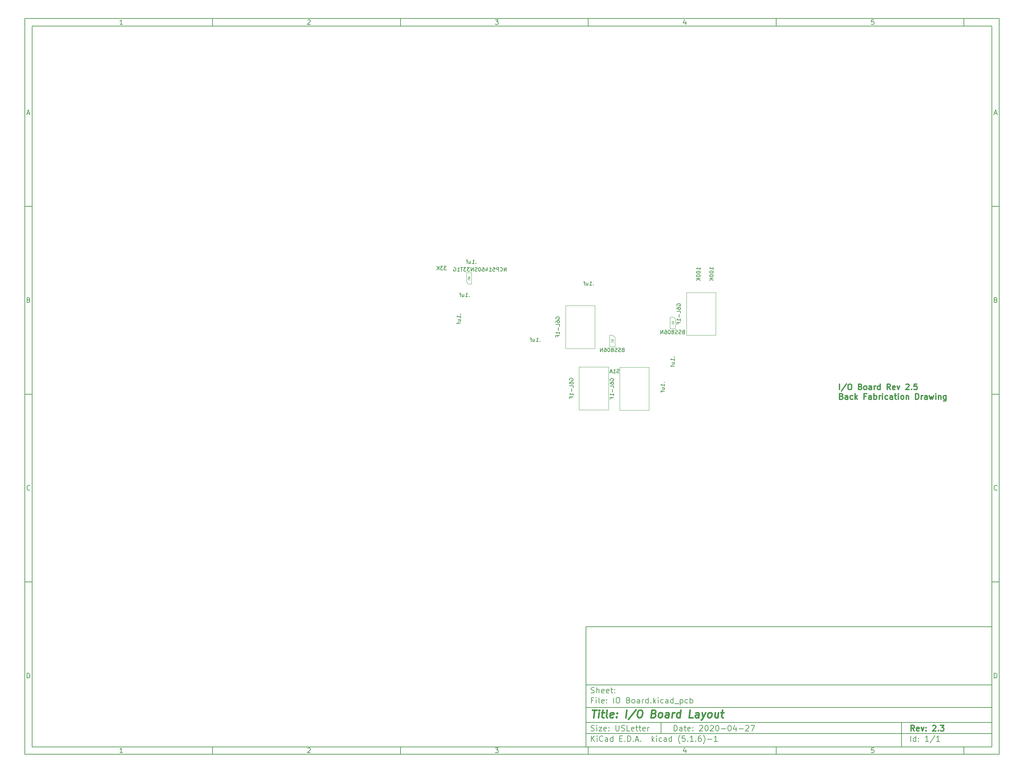
<source format=gbr>
G04 #@! TF.GenerationSoftware,KiCad,Pcbnew,(5.1.6)-1*
G04 #@! TF.CreationDate,2021-01-18T17:04:58-05:00*
G04 #@! TF.ProjectId,IO Board,494f2042-6f61-4726-942e-6b696361645f,2.3*
G04 #@! TF.SameCoordinates,Original*
G04 #@! TF.FileFunction,Other,Fab,Bot*
%FSLAX46Y46*%
G04 Gerber Fmt 4.6, Leading zero omitted, Abs format (unit mm)*
G04 Created by KiCad (PCBNEW (5.1.6)-1) date 2021-01-18 17:04:58*
%MOMM*%
%LPD*%
G01*
G04 APERTURE LIST*
%ADD10C,0.100000*%
%ADD11C,0.150000*%
%ADD12C,0.300000*%
%ADD13C,0.400000*%
%ADD14C,0.075000*%
G04 APERTURE END LIST*
D10*
D11*
X159400000Y-171900000D02*
X159400000Y-203900000D01*
X267400000Y-203900000D01*
X267400000Y-171900000D01*
X159400000Y-171900000D01*
D10*
D11*
X10000000Y-10000000D02*
X10000000Y-205900000D01*
X269400000Y-205900000D01*
X269400000Y-10000000D01*
X10000000Y-10000000D01*
D10*
D11*
X12000000Y-12000000D02*
X12000000Y-203900000D01*
X267400000Y-203900000D01*
X267400000Y-12000000D01*
X12000000Y-12000000D01*
D10*
D11*
X60000000Y-12000000D02*
X60000000Y-10000000D01*
D10*
D11*
X110000000Y-12000000D02*
X110000000Y-10000000D01*
D10*
D11*
X160000000Y-12000000D02*
X160000000Y-10000000D01*
D10*
D11*
X210000000Y-12000000D02*
X210000000Y-10000000D01*
D10*
D11*
X260000000Y-12000000D02*
X260000000Y-10000000D01*
D10*
D11*
X36065476Y-11588095D02*
X35322619Y-11588095D01*
X35694047Y-11588095D02*
X35694047Y-10288095D01*
X35570238Y-10473809D01*
X35446428Y-10597619D01*
X35322619Y-10659523D01*
D10*
D11*
X85322619Y-10411904D02*
X85384523Y-10350000D01*
X85508333Y-10288095D01*
X85817857Y-10288095D01*
X85941666Y-10350000D01*
X86003571Y-10411904D01*
X86065476Y-10535714D01*
X86065476Y-10659523D01*
X86003571Y-10845238D01*
X85260714Y-11588095D01*
X86065476Y-11588095D01*
D10*
D11*
X135260714Y-10288095D02*
X136065476Y-10288095D01*
X135632142Y-10783333D01*
X135817857Y-10783333D01*
X135941666Y-10845238D01*
X136003571Y-10907142D01*
X136065476Y-11030952D01*
X136065476Y-11340476D01*
X136003571Y-11464285D01*
X135941666Y-11526190D01*
X135817857Y-11588095D01*
X135446428Y-11588095D01*
X135322619Y-11526190D01*
X135260714Y-11464285D01*
D10*
D11*
X185941666Y-10721428D02*
X185941666Y-11588095D01*
X185632142Y-10226190D02*
X185322619Y-11154761D01*
X186127380Y-11154761D01*
D10*
D11*
X236003571Y-10288095D02*
X235384523Y-10288095D01*
X235322619Y-10907142D01*
X235384523Y-10845238D01*
X235508333Y-10783333D01*
X235817857Y-10783333D01*
X235941666Y-10845238D01*
X236003571Y-10907142D01*
X236065476Y-11030952D01*
X236065476Y-11340476D01*
X236003571Y-11464285D01*
X235941666Y-11526190D01*
X235817857Y-11588095D01*
X235508333Y-11588095D01*
X235384523Y-11526190D01*
X235322619Y-11464285D01*
D10*
D11*
X60000000Y-203900000D02*
X60000000Y-205900000D01*
D10*
D11*
X110000000Y-203900000D02*
X110000000Y-205900000D01*
D10*
D11*
X160000000Y-203900000D02*
X160000000Y-205900000D01*
D10*
D11*
X210000000Y-203900000D02*
X210000000Y-205900000D01*
D10*
D11*
X260000000Y-203900000D02*
X260000000Y-205900000D01*
D10*
D11*
X36065476Y-205488095D02*
X35322619Y-205488095D01*
X35694047Y-205488095D02*
X35694047Y-204188095D01*
X35570238Y-204373809D01*
X35446428Y-204497619D01*
X35322619Y-204559523D01*
D10*
D11*
X85322619Y-204311904D02*
X85384523Y-204250000D01*
X85508333Y-204188095D01*
X85817857Y-204188095D01*
X85941666Y-204250000D01*
X86003571Y-204311904D01*
X86065476Y-204435714D01*
X86065476Y-204559523D01*
X86003571Y-204745238D01*
X85260714Y-205488095D01*
X86065476Y-205488095D01*
D10*
D11*
X135260714Y-204188095D02*
X136065476Y-204188095D01*
X135632142Y-204683333D01*
X135817857Y-204683333D01*
X135941666Y-204745238D01*
X136003571Y-204807142D01*
X136065476Y-204930952D01*
X136065476Y-205240476D01*
X136003571Y-205364285D01*
X135941666Y-205426190D01*
X135817857Y-205488095D01*
X135446428Y-205488095D01*
X135322619Y-205426190D01*
X135260714Y-205364285D01*
D10*
D11*
X185941666Y-204621428D02*
X185941666Y-205488095D01*
X185632142Y-204126190D02*
X185322619Y-205054761D01*
X186127380Y-205054761D01*
D10*
D11*
X236003571Y-204188095D02*
X235384523Y-204188095D01*
X235322619Y-204807142D01*
X235384523Y-204745238D01*
X235508333Y-204683333D01*
X235817857Y-204683333D01*
X235941666Y-204745238D01*
X236003571Y-204807142D01*
X236065476Y-204930952D01*
X236065476Y-205240476D01*
X236003571Y-205364285D01*
X235941666Y-205426190D01*
X235817857Y-205488095D01*
X235508333Y-205488095D01*
X235384523Y-205426190D01*
X235322619Y-205364285D01*
D10*
D11*
X10000000Y-60000000D02*
X12000000Y-60000000D01*
D10*
D11*
X10000000Y-110000000D02*
X12000000Y-110000000D01*
D10*
D11*
X10000000Y-160000000D02*
X12000000Y-160000000D01*
D10*
D11*
X10690476Y-35216666D02*
X11309523Y-35216666D01*
X10566666Y-35588095D02*
X11000000Y-34288095D01*
X11433333Y-35588095D01*
D10*
D11*
X11092857Y-84907142D02*
X11278571Y-84969047D01*
X11340476Y-85030952D01*
X11402380Y-85154761D01*
X11402380Y-85340476D01*
X11340476Y-85464285D01*
X11278571Y-85526190D01*
X11154761Y-85588095D01*
X10659523Y-85588095D01*
X10659523Y-84288095D01*
X11092857Y-84288095D01*
X11216666Y-84350000D01*
X11278571Y-84411904D01*
X11340476Y-84535714D01*
X11340476Y-84659523D01*
X11278571Y-84783333D01*
X11216666Y-84845238D01*
X11092857Y-84907142D01*
X10659523Y-84907142D01*
D10*
D11*
X11402380Y-135464285D02*
X11340476Y-135526190D01*
X11154761Y-135588095D01*
X11030952Y-135588095D01*
X10845238Y-135526190D01*
X10721428Y-135402380D01*
X10659523Y-135278571D01*
X10597619Y-135030952D01*
X10597619Y-134845238D01*
X10659523Y-134597619D01*
X10721428Y-134473809D01*
X10845238Y-134350000D01*
X11030952Y-134288095D01*
X11154761Y-134288095D01*
X11340476Y-134350000D01*
X11402380Y-134411904D01*
D10*
D11*
X10659523Y-185588095D02*
X10659523Y-184288095D01*
X10969047Y-184288095D01*
X11154761Y-184350000D01*
X11278571Y-184473809D01*
X11340476Y-184597619D01*
X11402380Y-184845238D01*
X11402380Y-185030952D01*
X11340476Y-185278571D01*
X11278571Y-185402380D01*
X11154761Y-185526190D01*
X10969047Y-185588095D01*
X10659523Y-185588095D01*
D10*
D11*
X269400000Y-60000000D02*
X267400000Y-60000000D01*
D10*
D11*
X269400000Y-110000000D02*
X267400000Y-110000000D01*
D10*
D11*
X269400000Y-160000000D02*
X267400000Y-160000000D01*
D10*
D11*
X268090476Y-35216666D02*
X268709523Y-35216666D01*
X267966666Y-35588095D02*
X268400000Y-34288095D01*
X268833333Y-35588095D01*
D10*
D11*
X268492857Y-84907142D02*
X268678571Y-84969047D01*
X268740476Y-85030952D01*
X268802380Y-85154761D01*
X268802380Y-85340476D01*
X268740476Y-85464285D01*
X268678571Y-85526190D01*
X268554761Y-85588095D01*
X268059523Y-85588095D01*
X268059523Y-84288095D01*
X268492857Y-84288095D01*
X268616666Y-84350000D01*
X268678571Y-84411904D01*
X268740476Y-84535714D01*
X268740476Y-84659523D01*
X268678571Y-84783333D01*
X268616666Y-84845238D01*
X268492857Y-84907142D01*
X268059523Y-84907142D01*
D10*
D11*
X268802380Y-135464285D02*
X268740476Y-135526190D01*
X268554761Y-135588095D01*
X268430952Y-135588095D01*
X268245238Y-135526190D01*
X268121428Y-135402380D01*
X268059523Y-135278571D01*
X267997619Y-135030952D01*
X267997619Y-134845238D01*
X268059523Y-134597619D01*
X268121428Y-134473809D01*
X268245238Y-134350000D01*
X268430952Y-134288095D01*
X268554761Y-134288095D01*
X268740476Y-134350000D01*
X268802380Y-134411904D01*
D10*
D11*
X268059523Y-185588095D02*
X268059523Y-184288095D01*
X268369047Y-184288095D01*
X268554761Y-184350000D01*
X268678571Y-184473809D01*
X268740476Y-184597619D01*
X268802380Y-184845238D01*
X268802380Y-185030952D01*
X268740476Y-185278571D01*
X268678571Y-185402380D01*
X268554761Y-185526190D01*
X268369047Y-185588095D01*
X268059523Y-185588095D01*
D10*
D11*
X182832142Y-199678571D02*
X182832142Y-198178571D01*
X183189285Y-198178571D01*
X183403571Y-198250000D01*
X183546428Y-198392857D01*
X183617857Y-198535714D01*
X183689285Y-198821428D01*
X183689285Y-199035714D01*
X183617857Y-199321428D01*
X183546428Y-199464285D01*
X183403571Y-199607142D01*
X183189285Y-199678571D01*
X182832142Y-199678571D01*
X184975000Y-199678571D02*
X184975000Y-198892857D01*
X184903571Y-198750000D01*
X184760714Y-198678571D01*
X184475000Y-198678571D01*
X184332142Y-198750000D01*
X184975000Y-199607142D02*
X184832142Y-199678571D01*
X184475000Y-199678571D01*
X184332142Y-199607142D01*
X184260714Y-199464285D01*
X184260714Y-199321428D01*
X184332142Y-199178571D01*
X184475000Y-199107142D01*
X184832142Y-199107142D01*
X184975000Y-199035714D01*
X185475000Y-198678571D02*
X186046428Y-198678571D01*
X185689285Y-198178571D02*
X185689285Y-199464285D01*
X185760714Y-199607142D01*
X185903571Y-199678571D01*
X186046428Y-199678571D01*
X187117857Y-199607142D02*
X186975000Y-199678571D01*
X186689285Y-199678571D01*
X186546428Y-199607142D01*
X186475000Y-199464285D01*
X186475000Y-198892857D01*
X186546428Y-198750000D01*
X186689285Y-198678571D01*
X186975000Y-198678571D01*
X187117857Y-198750000D01*
X187189285Y-198892857D01*
X187189285Y-199035714D01*
X186475000Y-199178571D01*
X187832142Y-199535714D02*
X187903571Y-199607142D01*
X187832142Y-199678571D01*
X187760714Y-199607142D01*
X187832142Y-199535714D01*
X187832142Y-199678571D01*
X187832142Y-198750000D02*
X187903571Y-198821428D01*
X187832142Y-198892857D01*
X187760714Y-198821428D01*
X187832142Y-198750000D01*
X187832142Y-198892857D01*
X189617857Y-198321428D02*
X189689285Y-198250000D01*
X189832142Y-198178571D01*
X190189285Y-198178571D01*
X190332142Y-198250000D01*
X190403571Y-198321428D01*
X190475000Y-198464285D01*
X190475000Y-198607142D01*
X190403571Y-198821428D01*
X189546428Y-199678571D01*
X190475000Y-199678571D01*
X191403571Y-198178571D02*
X191546428Y-198178571D01*
X191689285Y-198250000D01*
X191760714Y-198321428D01*
X191832142Y-198464285D01*
X191903571Y-198750000D01*
X191903571Y-199107142D01*
X191832142Y-199392857D01*
X191760714Y-199535714D01*
X191689285Y-199607142D01*
X191546428Y-199678571D01*
X191403571Y-199678571D01*
X191260714Y-199607142D01*
X191189285Y-199535714D01*
X191117857Y-199392857D01*
X191046428Y-199107142D01*
X191046428Y-198750000D01*
X191117857Y-198464285D01*
X191189285Y-198321428D01*
X191260714Y-198250000D01*
X191403571Y-198178571D01*
X192475000Y-198321428D02*
X192546428Y-198250000D01*
X192689285Y-198178571D01*
X193046428Y-198178571D01*
X193189285Y-198250000D01*
X193260714Y-198321428D01*
X193332142Y-198464285D01*
X193332142Y-198607142D01*
X193260714Y-198821428D01*
X192403571Y-199678571D01*
X193332142Y-199678571D01*
X194260714Y-198178571D02*
X194403571Y-198178571D01*
X194546428Y-198250000D01*
X194617857Y-198321428D01*
X194689285Y-198464285D01*
X194760714Y-198750000D01*
X194760714Y-199107142D01*
X194689285Y-199392857D01*
X194617857Y-199535714D01*
X194546428Y-199607142D01*
X194403571Y-199678571D01*
X194260714Y-199678571D01*
X194117857Y-199607142D01*
X194046428Y-199535714D01*
X193975000Y-199392857D01*
X193903571Y-199107142D01*
X193903571Y-198750000D01*
X193975000Y-198464285D01*
X194046428Y-198321428D01*
X194117857Y-198250000D01*
X194260714Y-198178571D01*
X195403571Y-199107142D02*
X196546428Y-199107142D01*
X197546428Y-198178571D02*
X197689285Y-198178571D01*
X197832142Y-198250000D01*
X197903571Y-198321428D01*
X197975000Y-198464285D01*
X198046428Y-198750000D01*
X198046428Y-199107142D01*
X197975000Y-199392857D01*
X197903571Y-199535714D01*
X197832142Y-199607142D01*
X197689285Y-199678571D01*
X197546428Y-199678571D01*
X197403571Y-199607142D01*
X197332142Y-199535714D01*
X197260714Y-199392857D01*
X197189285Y-199107142D01*
X197189285Y-198750000D01*
X197260714Y-198464285D01*
X197332142Y-198321428D01*
X197403571Y-198250000D01*
X197546428Y-198178571D01*
X199332142Y-198678571D02*
X199332142Y-199678571D01*
X198975000Y-198107142D02*
X198617857Y-199178571D01*
X199546428Y-199178571D01*
X200117857Y-199107142D02*
X201260714Y-199107142D01*
X201903571Y-198321428D02*
X201975000Y-198250000D01*
X202117857Y-198178571D01*
X202475000Y-198178571D01*
X202617857Y-198250000D01*
X202689285Y-198321428D01*
X202760714Y-198464285D01*
X202760714Y-198607142D01*
X202689285Y-198821428D01*
X201832142Y-199678571D01*
X202760714Y-199678571D01*
X203260714Y-198178571D02*
X204260714Y-198178571D01*
X203617857Y-199678571D01*
D10*
D11*
X159400000Y-200400000D02*
X267400000Y-200400000D01*
D10*
D11*
X160832142Y-202478571D02*
X160832142Y-200978571D01*
X161689285Y-202478571D02*
X161046428Y-201621428D01*
X161689285Y-200978571D02*
X160832142Y-201835714D01*
X162332142Y-202478571D02*
X162332142Y-201478571D01*
X162332142Y-200978571D02*
X162260714Y-201050000D01*
X162332142Y-201121428D01*
X162403571Y-201050000D01*
X162332142Y-200978571D01*
X162332142Y-201121428D01*
X163903571Y-202335714D02*
X163832142Y-202407142D01*
X163617857Y-202478571D01*
X163475000Y-202478571D01*
X163260714Y-202407142D01*
X163117857Y-202264285D01*
X163046428Y-202121428D01*
X162975000Y-201835714D01*
X162975000Y-201621428D01*
X163046428Y-201335714D01*
X163117857Y-201192857D01*
X163260714Y-201050000D01*
X163475000Y-200978571D01*
X163617857Y-200978571D01*
X163832142Y-201050000D01*
X163903571Y-201121428D01*
X165189285Y-202478571D02*
X165189285Y-201692857D01*
X165117857Y-201550000D01*
X164975000Y-201478571D01*
X164689285Y-201478571D01*
X164546428Y-201550000D01*
X165189285Y-202407142D02*
X165046428Y-202478571D01*
X164689285Y-202478571D01*
X164546428Y-202407142D01*
X164475000Y-202264285D01*
X164475000Y-202121428D01*
X164546428Y-201978571D01*
X164689285Y-201907142D01*
X165046428Y-201907142D01*
X165189285Y-201835714D01*
X166546428Y-202478571D02*
X166546428Y-200978571D01*
X166546428Y-202407142D02*
X166403571Y-202478571D01*
X166117857Y-202478571D01*
X165975000Y-202407142D01*
X165903571Y-202335714D01*
X165832142Y-202192857D01*
X165832142Y-201764285D01*
X165903571Y-201621428D01*
X165975000Y-201550000D01*
X166117857Y-201478571D01*
X166403571Y-201478571D01*
X166546428Y-201550000D01*
X168403571Y-201692857D02*
X168903571Y-201692857D01*
X169117857Y-202478571D02*
X168403571Y-202478571D01*
X168403571Y-200978571D01*
X169117857Y-200978571D01*
X169760714Y-202335714D02*
X169832142Y-202407142D01*
X169760714Y-202478571D01*
X169689285Y-202407142D01*
X169760714Y-202335714D01*
X169760714Y-202478571D01*
X170475000Y-202478571D02*
X170475000Y-200978571D01*
X170832142Y-200978571D01*
X171046428Y-201050000D01*
X171189285Y-201192857D01*
X171260714Y-201335714D01*
X171332142Y-201621428D01*
X171332142Y-201835714D01*
X171260714Y-202121428D01*
X171189285Y-202264285D01*
X171046428Y-202407142D01*
X170832142Y-202478571D01*
X170475000Y-202478571D01*
X171975000Y-202335714D02*
X172046428Y-202407142D01*
X171975000Y-202478571D01*
X171903571Y-202407142D01*
X171975000Y-202335714D01*
X171975000Y-202478571D01*
X172617857Y-202050000D02*
X173332142Y-202050000D01*
X172475000Y-202478571D02*
X172975000Y-200978571D01*
X173475000Y-202478571D01*
X173975000Y-202335714D02*
X174046428Y-202407142D01*
X173975000Y-202478571D01*
X173903571Y-202407142D01*
X173975000Y-202335714D01*
X173975000Y-202478571D01*
X176975000Y-202478571D02*
X176975000Y-200978571D01*
X177117857Y-201907142D02*
X177546428Y-202478571D01*
X177546428Y-201478571D02*
X176975000Y-202050000D01*
X178189285Y-202478571D02*
X178189285Y-201478571D01*
X178189285Y-200978571D02*
X178117857Y-201050000D01*
X178189285Y-201121428D01*
X178260714Y-201050000D01*
X178189285Y-200978571D01*
X178189285Y-201121428D01*
X179546428Y-202407142D02*
X179403571Y-202478571D01*
X179117857Y-202478571D01*
X178975000Y-202407142D01*
X178903571Y-202335714D01*
X178832142Y-202192857D01*
X178832142Y-201764285D01*
X178903571Y-201621428D01*
X178975000Y-201550000D01*
X179117857Y-201478571D01*
X179403571Y-201478571D01*
X179546428Y-201550000D01*
X180832142Y-202478571D02*
X180832142Y-201692857D01*
X180760714Y-201550000D01*
X180617857Y-201478571D01*
X180332142Y-201478571D01*
X180189285Y-201550000D01*
X180832142Y-202407142D02*
X180689285Y-202478571D01*
X180332142Y-202478571D01*
X180189285Y-202407142D01*
X180117857Y-202264285D01*
X180117857Y-202121428D01*
X180189285Y-201978571D01*
X180332142Y-201907142D01*
X180689285Y-201907142D01*
X180832142Y-201835714D01*
X182189285Y-202478571D02*
X182189285Y-200978571D01*
X182189285Y-202407142D02*
X182046428Y-202478571D01*
X181760714Y-202478571D01*
X181617857Y-202407142D01*
X181546428Y-202335714D01*
X181475000Y-202192857D01*
X181475000Y-201764285D01*
X181546428Y-201621428D01*
X181617857Y-201550000D01*
X181760714Y-201478571D01*
X182046428Y-201478571D01*
X182189285Y-201550000D01*
X184475000Y-203050000D02*
X184403571Y-202978571D01*
X184260714Y-202764285D01*
X184189285Y-202621428D01*
X184117857Y-202407142D01*
X184046428Y-202050000D01*
X184046428Y-201764285D01*
X184117857Y-201407142D01*
X184189285Y-201192857D01*
X184260714Y-201050000D01*
X184403571Y-200835714D01*
X184475000Y-200764285D01*
X185760714Y-200978571D02*
X185046428Y-200978571D01*
X184975000Y-201692857D01*
X185046428Y-201621428D01*
X185189285Y-201550000D01*
X185546428Y-201550000D01*
X185689285Y-201621428D01*
X185760714Y-201692857D01*
X185832142Y-201835714D01*
X185832142Y-202192857D01*
X185760714Y-202335714D01*
X185689285Y-202407142D01*
X185546428Y-202478571D01*
X185189285Y-202478571D01*
X185046428Y-202407142D01*
X184975000Y-202335714D01*
X186475000Y-202335714D02*
X186546428Y-202407142D01*
X186475000Y-202478571D01*
X186403571Y-202407142D01*
X186475000Y-202335714D01*
X186475000Y-202478571D01*
X187975000Y-202478571D02*
X187117857Y-202478571D01*
X187546428Y-202478571D02*
X187546428Y-200978571D01*
X187403571Y-201192857D01*
X187260714Y-201335714D01*
X187117857Y-201407142D01*
X188617857Y-202335714D02*
X188689285Y-202407142D01*
X188617857Y-202478571D01*
X188546428Y-202407142D01*
X188617857Y-202335714D01*
X188617857Y-202478571D01*
X189975000Y-200978571D02*
X189689285Y-200978571D01*
X189546428Y-201050000D01*
X189475000Y-201121428D01*
X189332142Y-201335714D01*
X189260714Y-201621428D01*
X189260714Y-202192857D01*
X189332142Y-202335714D01*
X189403571Y-202407142D01*
X189546428Y-202478571D01*
X189832142Y-202478571D01*
X189975000Y-202407142D01*
X190046428Y-202335714D01*
X190117857Y-202192857D01*
X190117857Y-201835714D01*
X190046428Y-201692857D01*
X189975000Y-201621428D01*
X189832142Y-201550000D01*
X189546428Y-201550000D01*
X189403571Y-201621428D01*
X189332142Y-201692857D01*
X189260714Y-201835714D01*
X190617857Y-203050000D02*
X190689285Y-202978571D01*
X190832142Y-202764285D01*
X190903571Y-202621428D01*
X190975000Y-202407142D01*
X191046428Y-202050000D01*
X191046428Y-201764285D01*
X190975000Y-201407142D01*
X190903571Y-201192857D01*
X190832142Y-201050000D01*
X190689285Y-200835714D01*
X190617857Y-200764285D01*
X191760714Y-201907142D02*
X192903571Y-201907142D01*
X194403571Y-202478571D02*
X193546428Y-202478571D01*
X193975000Y-202478571D02*
X193975000Y-200978571D01*
X193832142Y-201192857D01*
X193689285Y-201335714D01*
X193546428Y-201407142D01*
D10*
D11*
X159400000Y-197400000D02*
X267400000Y-197400000D01*
D10*
D12*
X246809285Y-199678571D02*
X246309285Y-198964285D01*
X245952142Y-199678571D02*
X245952142Y-198178571D01*
X246523571Y-198178571D01*
X246666428Y-198250000D01*
X246737857Y-198321428D01*
X246809285Y-198464285D01*
X246809285Y-198678571D01*
X246737857Y-198821428D01*
X246666428Y-198892857D01*
X246523571Y-198964285D01*
X245952142Y-198964285D01*
X248023571Y-199607142D02*
X247880714Y-199678571D01*
X247595000Y-199678571D01*
X247452142Y-199607142D01*
X247380714Y-199464285D01*
X247380714Y-198892857D01*
X247452142Y-198750000D01*
X247595000Y-198678571D01*
X247880714Y-198678571D01*
X248023571Y-198750000D01*
X248095000Y-198892857D01*
X248095000Y-199035714D01*
X247380714Y-199178571D01*
X248595000Y-198678571D02*
X248952142Y-199678571D01*
X249309285Y-198678571D01*
X249880714Y-199535714D02*
X249952142Y-199607142D01*
X249880714Y-199678571D01*
X249809285Y-199607142D01*
X249880714Y-199535714D01*
X249880714Y-199678571D01*
X249880714Y-198750000D02*
X249952142Y-198821428D01*
X249880714Y-198892857D01*
X249809285Y-198821428D01*
X249880714Y-198750000D01*
X249880714Y-198892857D01*
X251666428Y-198321428D02*
X251737857Y-198250000D01*
X251880714Y-198178571D01*
X252237857Y-198178571D01*
X252380714Y-198250000D01*
X252452142Y-198321428D01*
X252523571Y-198464285D01*
X252523571Y-198607142D01*
X252452142Y-198821428D01*
X251595000Y-199678571D01*
X252523571Y-199678571D01*
X253166428Y-199535714D02*
X253237857Y-199607142D01*
X253166428Y-199678571D01*
X253095000Y-199607142D01*
X253166428Y-199535714D01*
X253166428Y-199678571D01*
X253737857Y-198178571D02*
X254666428Y-198178571D01*
X254166428Y-198750000D01*
X254380714Y-198750000D01*
X254523571Y-198821428D01*
X254595000Y-198892857D01*
X254666428Y-199035714D01*
X254666428Y-199392857D01*
X254595000Y-199535714D01*
X254523571Y-199607142D01*
X254380714Y-199678571D01*
X253952142Y-199678571D01*
X253809285Y-199607142D01*
X253737857Y-199535714D01*
D10*
D11*
X160760714Y-199607142D02*
X160975000Y-199678571D01*
X161332142Y-199678571D01*
X161475000Y-199607142D01*
X161546428Y-199535714D01*
X161617857Y-199392857D01*
X161617857Y-199250000D01*
X161546428Y-199107142D01*
X161475000Y-199035714D01*
X161332142Y-198964285D01*
X161046428Y-198892857D01*
X160903571Y-198821428D01*
X160832142Y-198750000D01*
X160760714Y-198607142D01*
X160760714Y-198464285D01*
X160832142Y-198321428D01*
X160903571Y-198250000D01*
X161046428Y-198178571D01*
X161403571Y-198178571D01*
X161617857Y-198250000D01*
X162260714Y-199678571D02*
X162260714Y-198678571D01*
X162260714Y-198178571D02*
X162189285Y-198250000D01*
X162260714Y-198321428D01*
X162332142Y-198250000D01*
X162260714Y-198178571D01*
X162260714Y-198321428D01*
X162832142Y-198678571D02*
X163617857Y-198678571D01*
X162832142Y-199678571D01*
X163617857Y-199678571D01*
X164760714Y-199607142D02*
X164617857Y-199678571D01*
X164332142Y-199678571D01*
X164189285Y-199607142D01*
X164117857Y-199464285D01*
X164117857Y-198892857D01*
X164189285Y-198750000D01*
X164332142Y-198678571D01*
X164617857Y-198678571D01*
X164760714Y-198750000D01*
X164832142Y-198892857D01*
X164832142Y-199035714D01*
X164117857Y-199178571D01*
X165475000Y-199535714D02*
X165546428Y-199607142D01*
X165475000Y-199678571D01*
X165403571Y-199607142D01*
X165475000Y-199535714D01*
X165475000Y-199678571D01*
X165475000Y-198750000D02*
X165546428Y-198821428D01*
X165475000Y-198892857D01*
X165403571Y-198821428D01*
X165475000Y-198750000D01*
X165475000Y-198892857D01*
X167332142Y-198178571D02*
X167332142Y-199392857D01*
X167403571Y-199535714D01*
X167475000Y-199607142D01*
X167617857Y-199678571D01*
X167903571Y-199678571D01*
X168046428Y-199607142D01*
X168117857Y-199535714D01*
X168189285Y-199392857D01*
X168189285Y-198178571D01*
X168832142Y-199607142D02*
X169046428Y-199678571D01*
X169403571Y-199678571D01*
X169546428Y-199607142D01*
X169617857Y-199535714D01*
X169689285Y-199392857D01*
X169689285Y-199250000D01*
X169617857Y-199107142D01*
X169546428Y-199035714D01*
X169403571Y-198964285D01*
X169117857Y-198892857D01*
X168975000Y-198821428D01*
X168903571Y-198750000D01*
X168832142Y-198607142D01*
X168832142Y-198464285D01*
X168903571Y-198321428D01*
X168975000Y-198250000D01*
X169117857Y-198178571D01*
X169475000Y-198178571D01*
X169689285Y-198250000D01*
X171046428Y-199678571D02*
X170332142Y-199678571D01*
X170332142Y-198178571D01*
X172117857Y-199607142D02*
X171975000Y-199678571D01*
X171689285Y-199678571D01*
X171546428Y-199607142D01*
X171475000Y-199464285D01*
X171475000Y-198892857D01*
X171546428Y-198750000D01*
X171689285Y-198678571D01*
X171975000Y-198678571D01*
X172117857Y-198750000D01*
X172189285Y-198892857D01*
X172189285Y-199035714D01*
X171475000Y-199178571D01*
X172617857Y-198678571D02*
X173189285Y-198678571D01*
X172832142Y-198178571D02*
X172832142Y-199464285D01*
X172903571Y-199607142D01*
X173046428Y-199678571D01*
X173189285Y-199678571D01*
X173475000Y-198678571D02*
X174046428Y-198678571D01*
X173689285Y-198178571D02*
X173689285Y-199464285D01*
X173760714Y-199607142D01*
X173903571Y-199678571D01*
X174046428Y-199678571D01*
X175117857Y-199607142D02*
X174975000Y-199678571D01*
X174689285Y-199678571D01*
X174546428Y-199607142D01*
X174475000Y-199464285D01*
X174475000Y-198892857D01*
X174546428Y-198750000D01*
X174689285Y-198678571D01*
X174975000Y-198678571D01*
X175117857Y-198750000D01*
X175189285Y-198892857D01*
X175189285Y-199035714D01*
X174475000Y-199178571D01*
X175832142Y-199678571D02*
X175832142Y-198678571D01*
X175832142Y-198964285D02*
X175903571Y-198821428D01*
X175975000Y-198750000D01*
X176117857Y-198678571D01*
X176260714Y-198678571D01*
D10*
D11*
X245832142Y-202478571D02*
X245832142Y-200978571D01*
X247189285Y-202478571D02*
X247189285Y-200978571D01*
X247189285Y-202407142D02*
X247046428Y-202478571D01*
X246760714Y-202478571D01*
X246617857Y-202407142D01*
X246546428Y-202335714D01*
X246475000Y-202192857D01*
X246475000Y-201764285D01*
X246546428Y-201621428D01*
X246617857Y-201550000D01*
X246760714Y-201478571D01*
X247046428Y-201478571D01*
X247189285Y-201550000D01*
X247903571Y-202335714D02*
X247975000Y-202407142D01*
X247903571Y-202478571D01*
X247832142Y-202407142D01*
X247903571Y-202335714D01*
X247903571Y-202478571D01*
X247903571Y-201550000D02*
X247975000Y-201621428D01*
X247903571Y-201692857D01*
X247832142Y-201621428D01*
X247903571Y-201550000D01*
X247903571Y-201692857D01*
X250546428Y-202478571D02*
X249689285Y-202478571D01*
X250117857Y-202478571D02*
X250117857Y-200978571D01*
X249975000Y-201192857D01*
X249832142Y-201335714D01*
X249689285Y-201407142D01*
X252260714Y-200907142D02*
X250975000Y-202835714D01*
X253546428Y-202478571D02*
X252689285Y-202478571D01*
X253117857Y-202478571D02*
X253117857Y-200978571D01*
X252975000Y-201192857D01*
X252832142Y-201335714D01*
X252689285Y-201407142D01*
D10*
D11*
X159400000Y-193400000D02*
X267400000Y-193400000D01*
D10*
D13*
X161112380Y-194104761D02*
X162255238Y-194104761D01*
X161433809Y-196104761D02*
X161683809Y-194104761D01*
X162671904Y-196104761D02*
X162838571Y-194771428D01*
X162921904Y-194104761D02*
X162814761Y-194200000D01*
X162898095Y-194295238D01*
X163005238Y-194200000D01*
X162921904Y-194104761D01*
X162898095Y-194295238D01*
X163505238Y-194771428D02*
X164267142Y-194771428D01*
X163874285Y-194104761D02*
X163660000Y-195819047D01*
X163731428Y-196009523D01*
X163910000Y-196104761D01*
X164100476Y-196104761D01*
X165052857Y-196104761D02*
X164874285Y-196009523D01*
X164802857Y-195819047D01*
X165017142Y-194104761D01*
X166588571Y-196009523D02*
X166386190Y-196104761D01*
X166005238Y-196104761D01*
X165826666Y-196009523D01*
X165755238Y-195819047D01*
X165850476Y-195057142D01*
X165969523Y-194866666D01*
X166171904Y-194771428D01*
X166552857Y-194771428D01*
X166731428Y-194866666D01*
X166802857Y-195057142D01*
X166779047Y-195247619D01*
X165802857Y-195438095D01*
X167552857Y-195914285D02*
X167636190Y-196009523D01*
X167529047Y-196104761D01*
X167445714Y-196009523D01*
X167552857Y-195914285D01*
X167529047Y-196104761D01*
X167683809Y-194866666D02*
X167767142Y-194961904D01*
X167660000Y-195057142D01*
X167576666Y-194961904D01*
X167683809Y-194866666D01*
X167660000Y-195057142D01*
X170005238Y-196104761D02*
X170255238Y-194104761D01*
X172648095Y-194009523D02*
X170612380Y-196580952D01*
X173683809Y-194104761D02*
X174064761Y-194104761D01*
X174243333Y-194200000D01*
X174410000Y-194390476D01*
X174457619Y-194771428D01*
X174374285Y-195438095D01*
X174231428Y-195819047D01*
X174017142Y-196009523D01*
X173814761Y-196104761D01*
X173433809Y-196104761D01*
X173255238Y-196009523D01*
X173088571Y-195819047D01*
X173040952Y-195438095D01*
X173124285Y-194771428D01*
X173267142Y-194390476D01*
X173481428Y-194200000D01*
X173683809Y-194104761D01*
X177469523Y-195057142D02*
X177743333Y-195152380D01*
X177826666Y-195247619D01*
X177898095Y-195438095D01*
X177862380Y-195723809D01*
X177743333Y-195914285D01*
X177636190Y-196009523D01*
X177433809Y-196104761D01*
X176671904Y-196104761D01*
X176921904Y-194104761D01*
X177588571Y-194104761D01*
X177767142Y-194200000D01*
X177850476Y-194295238D01*
X177921904Y-194485714D01*
X177898095Y-194676190D01*
X177779047Y-194866666D01*
X177671904Y-194961904D01*
X177469523Y-195057142D01*
X176802857Y-195057142D01*
X178957619Y-196104761D02*
X178779047Y-196009523D01*
X178695714Y-195914285D01*
X178624285Y-195723809D01*
X178695714Y-195152380D01*
X178814761Y-194961904D01*
X178921904Y-194866666D01*
X179124285Y-194771428D01*
X179410000Y-194771428D01*
X179588571Y-194866666D01*
X179671904Y-194961904D01*
X179743333Y-195152380D01*
X179671904Y-195723809D01*
X179552857Y-195914285D01*
X179445714Y-196009523D01*
X179243333Y-196104761D01*
X178957619Y-196104761D01*
X181338571Y-196104761D02*
X181469523Y-195057142D01*
X181398095Y-194866666D01*
X181219523Y-194771428D01*
X180838571Y-194771428D01*
X180636190Y-194866666D01*
X181350476Y-196009523D02*
X181148095Y-196104761D01*
X180671904Y-196104761D01*
X180493333Y-196009523D01*
X180421904Y-195819047D01*
X180445714Y-195628571D01*
X180564761Y-195438095D01*
X180767142Y-195342857D01*
X181243333Y-195342857D01*
X181445714Y-195247619D01*
X182290952Y-196104761D02*
X182457619Y-194771428D01*
X182410000Y-195152380D02*
X182529047Y-194961904D01*
X182636190Y-194866666D01*
X182838571Y-194771428D01*
X183029047Y-194771428D01*
X184386190Y-196104761D02*
X184636190Y-194104761D01*
X184398095Y-196009523D02*
X184195714Y-196104761D01*
X183814761Y-196104761D01*
X183636190Y-196009523D01*
X183552857Y-195914285D01*
X183481428Y-195723809D01*
X183552857Y-195152380D01*
X183671904Y-194961904D01*
X183779047Y-194866666D01*
X183981428Y-194771428D01*
X184362380Y-194771428D01*
X184540952Y-194866666D01*
X187814761Y-196104761D02*
X186862380Y-196104761D01*
X187112380Y-194104761D01*
X189338571Y-196104761D02*
X189469523Y-195057142D01*
X189398095Y-194866666D01*
X189219523Y-194771428D01*
X188838571Y-194771428D01*
X188636190Y-194866666D01*
X189350476Y-196009523D02*
X189148095Y-196104761D01*
X188671904Y-196104761D01*
X188493333Y-196009523D01*
X188421904Y-195819047D01*
X188445714Y-195628571D01*
X188564761Y-195438095D01*
X188767142Y-195342857D01*
X189243333Y-195342857D01*
X189445714Y-195247619D01*
X190267142Y-194771428D02*
X190576666Y-196104761D01*
X191219523Y-194771428D02*
X190576666Y-196104761D01*
X190326666Y-196580952D01*
X190219523Y-196676190D01*
X190017142Y-196771428D01*
X192100476Y-196104761D02*
X191921904Y-196009523D01*
X191838571Y-195914285D01*
X191767142Y-195723809D01*
X191838571Y-195152380D01*
X191957619Y-194961904D01*
X192064761Y-194866666D01*
X192267142Y-194771428D01*
X192552857Y-194771428D01*
X192731428Y-194866666D01*
X192814761Y-194961904D01*
X192886190Y-195152380D01*
X192814761Y-195723809D01*
X192695714Y-195914285D01*
X192588571Y-196009523D01*
X192386190Y-196104761D01*
X192100476Y-196104761D01*
X194648095Y-194771428D02*
X194481428Y-196104761D01*
X193790952Y-194771428D02*
X193660000Y-195819047D01*
X193731428Y-196009523D01*
X193910000Y-196104761D01*
X194195714Y-196104761D01*
X194398095Y-196009523D01*
X194505238Y-195914285D01*
X195314761Y-194771428D02*
X196076666Y-194771428D01*
X195683809Y-194104761D02*
X195469523Y-195819047D01*
X195540952Y-196009523D01*
X195719523Y-196104761D01*
X195910000Y-196104761D01*
D10*
D11*
X161332142Y-191492857D02*
X160832142Y-191492857D01*
X160832142Y-192278571D02*
X160832142Y-190778571D01*
X161546428Y-190778571D01*
X162117857Y-192278571D02*
X162117857Y-191278571D01*
X162117857Y-190778571D02*
X162046428Y-190850000D01*
X162117857Y-190921428D01*
X162189285Y-190850000D01*
X162117857Y-190778571D01*
X162117857Y-190921428D01*
X163046428Y-192278571D02*
X162903571Y-192207142D01*
X162832142Y-192064285D01*
X162832142Y-190778571D01*
X164189285Y-192207142D02*
X164046428Y-192278571D01*
X163760714Y-192278571D01*
X163617857Y-192207142D01*
X163546428Y-192064285D01*
X163546428Y-191492857D01*
X163617857Y-191350000D01*
X163760714Y-191278571D01*
X164046428Y-191278571D01*
X164189285Y-191350000D01*
X164260714Y-191492857D01*
X164260714Y-191635714D01*
X163546428Y-191778571D01*
X164903571Y-192135714D02*
X164975000Y-192207142D01*
X164903571Y-192278571D01*
X164832142Y-192207142D01*
X164903571Y-192135714D01*
X164903571Y-192278571D01*
X164903571Y-191350000D02*
X164975000Y-191421428D01*
X164903571Y-191492857D01*
X164832142Y-191421428D01*
X164903571Y-191350000D01*
X164903571Y-191492857D01*
X166760714Y-192278571D02*
X166760714Y-190778571D01*
X167760714Y-190778571D02*
X168046428Y-190778571D01*
X168189285Y-190850000D01*
X168332142Y-190992857D01*
X168403571Y-191278571D01*
X168403571Y-191778571D01*
X168332142Y-192064285D01*
X168189285Y-192207142D01*
X168046428Y-192278571D01*
X167760714Y-192278571D01*
X167617857Y-192207142D01*
X167475000Y-192064285D01*
X167403571Y-191778571D01*
X167403571Y-191278571D01*
X167475000Y-190992857D01*
X167617857Y-190850000D01*
X167760714Y-190778571D01*
X170689285Y-191492857D02*
X170903571Y-191564285D01*
X170975000Y-191635714D01*
X171046428Y-191778571D01*
X171046428Y-191992857D01*
X170975000Y-192135714D01*
X170903571Y-192207142D01*
X170760714Y-192278571D01*
X170189285Y-192278571D01*
X170189285Y-190778571D01*
X170689285Y-190778571D01*
X170832142Y-190850000D01*
X170903571Y-190921428D01*
X170975000Y-191064285D01*
X170975000Y-191207142D01*
X170903571Y-191350000D01*
X170832142Y-191421428D01*
X170689285Y-191492857D01*
X170189285Y-191492857D01*
X171903571Y-192278571D02*
X171760714Y-192207142D01*
X171689285Y-192135714D01*
X171617857Y-191992857D01*
X171617857Y-191564285D01*
X171689285Y-191421428D01*
X171760714Y-191350000D01*
X171903571Y-191278571D01*
X172117857Y-191278571D01*
X172260714Y-191350000D01*
X172332142Y-191421428D01*
X172403571Y-191564285D01*
X172403571Y-191992857D01*
X172332142Y-192135714D01*
X172260714Y-192207142D01*
X172117857Y-192278571D01*
X171903571Y-192278571D01*
X173689285Y-192278571D02*
X173689285Y-191492857D01*
X173617857Y-191350000D01*
X173475000Y-191278571D01*
X173189285Y-191278571D01*
X173046428Y-191350000D01*
X173689285Y-192207142D02*
X173546428Y-192278571D01*
X173189285Y-192278571D01*
X173046428Y-192207142D01*
X172975000Y-192064285D01*
X172975000Y-191921428D01*
X173046428Y-191778571D01*
X173189285Y-191707142D01*
X173546428Y-191707142D01*
X173689285Y-191635714D01*
X174403571Y-192278571D02*
X174403571Y-191278571D01*
X174403571Y-191564285D02*
X174475000Y-191421428D01*
X174546428Y-191350000D01*
X174689285Y-191278571D01*
X174832142Y-191278571D01*
X175975000Y-192278571D02*
X175975000Y-190778571D01*
X175975000Y-192207142D02*
X175832142Y-192278571D01*
X175546428Y-192278571D01*
X175403571Y-192207142D01*
X175332142Y-192135714D01*
X175260714Y-191992857D01*
X175260714Y-191564285D01*
X175332142Y-191421428D01*
X175403571Y-191350000D01*
X175546428Y-191278571D01*
X175832142Y-191278571D01*
X175975000Y-191350000D01*
X176689285Y-192135714D02*
X176760714Y-192207142D01*
X176689285Y-192278571D01*
X176617857Y-192207142D01*
X176689285Y-192135714D01*
X176689285Y-192278571D01*
X177403571Y-192278571D02*
X177403571Y-190778571D01*
X177546428Y-191707142D02*
X177975000Y-192278571D01*
X177975000Y-191278571D02*
X177403571Y-191850000D01*
X178617857Y-192278571D02*
X178617857Y-191278571D01*
X178617857Y-190778571D02*
X178546428Y-190850000D01*
X178617857Y-190921428D01*
X178689285Y-190850000D01*
X178617857Y-190778571D01*
X178617857Y-190921428D01*
X179975000Y-192207142D02*
X179832142Y-192278571D01*
X179546428Y-192278571D01*
X179403571Y-192207142D01*
X179332142Y-192135714D01*
X179260714Y-191992857D01*
X179260714Y-191564285D01*
X179332142Y-191421428D01*
X179403571Y-191350000D01*
X179546428Y-191278571D01*
X179832142Y-191278571D01*
X179975000Y-191350000D01*
X181260714Y-192278571D02*
X181260714Y-191492857D01*
X181189285Y-191350000D01*
X181046428Y-191278571D01*
X180760714Y-191278571D01*
X180617857Y-191350000D01*
X181260714Y-192207142D02*
X181117857Y-192278571D01*
X180760714Y-192278571D01*
X180617857Y-192207142D01*
X180546428Y-192064285D01*
X180546428Y-191921428D01*
X180617857Y-191778571D01*
X180760714Y-191707142D01*
X181117857Y-191707142D01*
X181260714Y-191635714D01*
X182617857Y-192278571D02*
X182617857Y-190778571D01*
X182617857Y-192207142D02*
X182475000Y-192278571D01*
X182189285Y-192278571D01*
X182046428Y-192207142D01*
X181975000Y-192135714D01*
X181903571Y-191992857D01*
X181903571Y-191564285D01*
X181975000Y-191421428D01*
X182046428Y-191350000D01*
X182189285Y-191278571D01*
X182475000Y-191278571D01*
X182617857Y-191350000D01*
X182975000Y-192421428D02*
X184117857Y-192421428D01*
X184475000Y-191278571D02*
X184475000Y-192778571D01*
X184475000Y-191350000D02*
X184617857Y-191278571D01*
X184903571Y-191278571D01*
X185046428Y-191350000D01*
X185117857Y-191421428D01*
X185189285Y-191564285D01*
X185189285Y-191992857D01*
X185117857Y-192135714D01*
X185046428Y-192207142D01*
X184903571Y-192278571D01*
X184617857Y-192278571D01*
X184475000Y-192207142D01*
X186475000Y-192207142D02*
X186332142Y-192278571D01*
X186046428Y-192278571D01*
X185903571Y-192207142D01*
X185832142Y-192135714D01*
X185760714Y-191992857D01*
X185760714Y-191564285D01*
X185832142Y-191421428D01*
X185903571Y-191350000D01*
X186046428Y-191278571D01*
X186332142Y-191278571D01*
X186475000Y-191350000D01*
X187117857Y-192278571D02*
X187117857Y-190778571D01*
X187117857Y-191350000D02*
X187260714Y-191278571D01*
X187546428Y-191278571D01*
X187689285Y-191350000D01*
X187760714Y-191421428D01*
X187832142Y-191564285D01*
X187832142Y-191992857D01*
X187760714Y-192135714D01*
X187689285Y-192207142D01*
X187546428Y-192278571D01*
X187260714Y-192278571D01*
X187117857Y-192207142D01*
D10*
D11*
X159400000Y-187400000D02*
X267400000Y-187400000D01*
D10*
D11*
X160760714Y-189507142D02*
X160975000Y-189578571D01*
X161332142Y-189578571D01*
X161475000Y-189507142D01*
X161546428Y-189435714D01*
X161617857Y-189292857D01*
X161617857Y-189150000D01*
X161546428Y-189007142D01*
X161475000Y-188935714D01*
X161332142Y-188864285D01*
X161046428Y-188792857D01*
X160903571Y-188721428D01*
X160832142Y-188650000D01*
X160760714Y-188507142D01*
X160760714Y-188364285D01*
X160832142Y-188221428D01*
X160903571Y-188150000D01*
X161046428Y-188078571D01*
X161403571Y-188078571D01*
X161617857Y-188150000D01*
X162260714Y-189578571D02*
X162260714Y-188078571D01*
X162903571Y-189578571D02*
X162903571Y-188792857D01*
X162832142Y-188650000D01*
X162689285Y-188578571D01*
X162475000Y-188578571D01*
X162332142Y-188650000D01*
X162260714Y-188721428D01*
X164189285Y-189507142D02*
X164046428Y-189578571D01*
X163760714Y-189578571D01*
X163617857Y-189507142D01*
X163546428Y-189364285D01*
X163546428Y-188792857D01*
X163617857Y-188650000D01*
X163760714Y-188578571D01*
X164046428Y-188578571D01*
X164189285Y-188650000D01*
X164260714Y-188792857D01*
X164260714Y-188935714D01*
X163546428Y-189078571D01*
X165475000Y-189507142D02*
X165332142Y-189578571D01*
X165046428Y-189578571D01*
X164903571Y-189507142D01*
X164832142Y-189364285D01*
X164832142Y-188792857D01*
X164903571Y-188650000D01*
X165046428Y-188578571D01*
X165332142Y-188578571D01*
X165475000Y-188650000D01*
X165546428Y-188792857D01*
X165546428Y-188935714D01*
X164832142Y-189078571D01*
X165975000Y-188578571D02*
X166546428Y-188578571D01*
X166189285Y-188078571D02*
X166189285Y-189364285D01*
X166260714Y-189507142D01*
X166403571Y-189578571D01*
X166546428Y-189578571D01*
X167046428Y-189435714D02*
X167117857Y-189507142D01*
X167046428Y-189578571D01*
X166975000Y-189507142D01*
X167046428Y-189435714D01*
X167046428Y-189578571D01*
X167046428Y-188650000D02*
X167117857Y-188721428D01*
X167046428Y-188792857D01*
X166975000Y-188721428D01*
X167046428Y-188650000D01*
X167046428Y-188792857D01*
D10*
D11*
X179400000Y-197400000D02*
X179400000Y-200400000D01*
D10*
D11*
X243400000Y-197400000D02*
X243400000Y-203900000D01*
D12*
X226912142Y-108803571D02*
X226912142Y-107303571D01*
X228697857Y-107232142D02*
X227412142Y-109160714D01*
X229483571Y-107303571D02*
X229769285Y-107303571D01*
X229912142Y-107375000D01*
X230055000Y-107517857D01*
X230126428Y-107803571D01*
X230126428Y-108303571D01*
X230055000Y-108589285D01*
X229912142Y-108732142D01*
X229769285Y-108803571D01*
X229483571Y-108803571D01*
X229340714Y-108732142D01*
X229197857Y-108589285D01*
X229126428Y-108303571D01*
X229126428Y-107803571D01*
X229197857Y-107517857D01*
X229340714Y-107375000D01*
X229483571Y-107303571D01*
X232412142Y-108017857D02*
X232626428Y-108089285D01*
X232697857Y-108160714D01*
X232769285Y-108303571D01*
X232769285Y-108517857D01*
X232697857Y-108660714D01*
X232626428Y-108732142D01*
X232483571Y-108803571D01*
X231912142Y-108803571D01*
X231912142Y-107303571D01*
X232412142Y-107303571D01*
X232555000Y-107375000D01*
X232626428Y-107446428D01*
X232697857Y-107589285D01*
X232697857Y-107732142D01*
X232626428Y-107875000D01*
X232555000Y-107946428D01*
X232412142Y-108017857D01*
X231912142Y-108017857D01*
X233626428Y-108803571D02*
X233483571Y-108732142D01*
X233412142Y-108660714D01*
X233340714Y-108517857D01*
X233340714Y-108089285D01*
X233412142Y-107946428D01*
X233483571Y-107875000D01*
X233626428Y-107803571D01*
X233840714Y-107803571D01*
X233983571Y-107875000D01*
X234055000Y-107946428D01*
X234126428Y-108089285D01*
X234126428Y-108517857D01*
X234055000Y-108660714D01*
X233983571Y-108732142D01*
X233840714Y-108803571D01*
X233626428Y-108803571D01*
X235412142Y-108803571D02*
X235412142Y-108017857D01*
X235340714Y-107875000D01*
X235197857Y-107803571D01*
X234912142Y-107803571D01*
X234769285Y-107875000D01*
X235412142Y-108732142D02*
X235269285Y-108803571D01*
X234912142Y-108803571D01*
X234769285Y-108732142D01*
X234697857Y-108589285D01*
X234697857Y-108446428D01*
X234769285Y-108303571D01*
X234912142Y-108232142D01*
X235269285Y-108232142D01*
X235412142Y-108160714D01*
X236126428Y-108803571D02*
X236126428Y-107803571D01*
X236126428Y-108089285D02*
X236197857Y-107946428D01*
X236269285Y-107875000D01*
X236412142Y-107803571D01*
X236555000Y-107803571D01*
X237697857Y-108803571D02*
X237697857Y-107303571D01*
X237697857Y-108732142D02*
X237555000Y-108803571D01*
X237269285Y-108803571D01*
X237126428Y-108732142D01*
X237055000Y-108660714D01*
X236983571Y-108517857D01*
X236983571Y-108089285D01*
X237055000Y-107946428D01*
X237126428Y-107875000D01*
X237269285Y-107803571D01*
X237555000Y-107803571D01*
X237697857Y-107875000D01*
X240412142Y-108803571D02*
X239912142Y-108089285D01*
X239555000Y-108803571D02*
X239555000Y-107303571D01*
X240126428Y-107303571D01*
X240269285Y-107375000D01*
X240340714Y-107446428D01*
X240412142Y-107589285D01*
X240412142Y-107803571D01*
X240340714Y-107946428D01*
X240269285Y-108017857D01*
X240126428Y-108089285D01*
X239555000Y-108089285D01*
X241626428Y-108732142D02*
X241483571Y-108803571D01*
X241197857Y-108803571D01*
X241055000Y-108732142D01*
X240983571Y-108589285D01*
X240983571Y-108017857D01*
X241055000Y-107875000D01*
X241197857Y-107803571D01*
X241483571Y-107803571D01*
X241626428Y-107875000D01*
X241697857Y-108017857D01*
X241697857Y-108160714D01*
X240983571Y-108303571D01*
X242197857Y-107803571D02*
X242555000Y-108803571D01*
X242912142Y-107803571D01*
X244555000Y-107446428D02*
X244626428Y-107375000D01*
X244769285Y-107303571D01*
X245126428Y-107303571D01*
X245269285Y-107375000D01*
X245340714Y-107446428D01*
X245412142Y-107589285D01*
X245412142Y-107732142D01*
X245340714Y-107946428D01*
X244483571Y-108803571D01*
X245412142Y-108803571D01*
X246055000Y-108660714D02*
X246126428Y-108732142D01*
X246055000Y-108803571D01*
X245983571Y-108732142D01*
X246055000Y-108660714D01*
X246055000Y-108803571D01*
X247483571Y-107303571D02*
X246769285Y-107303571D01*
X246697857Y-108017857D01*
X246769285Y-107946428D01*
X246912142Y-107875000D01*
X247269285Y-107875000D01*
X247412142Y-107946428D01*
X247483571Y-108017857D01*
X247555000Y-108160714D01*
X247555000Y-108517857D01*
X247483571Y-108660714D01*
X247412142Y-108732142D01*
X247269285Y-108803571D01*
X246912142Y-108803571D01*
X246769285Y-108732142D01*
X246697857Y-108660714D01*
X227412142Y-110567857D02*
X227626428Y-110639285D01*
X227697857Y-110710714D01*
X227769285Y-110853571D01*
X227769285Y-111067857D01*
X227697857Y-111210714D01*
X227626428Y-111282142D01*
X227483571Y-111353571D01*
X226912142Y-111353571D01*
X226912142Y-109853571D01*
X227412142Y-109853571D01*
X227555000Y-109925000D01*
X227626428Y-109996428D01*
X227697857Y-110139285D01*
X227697857Y-110282142D01*
X227626428Y-110425000D01*
X227555000Y-110496428D01*
X227412142Y-110567857D01*
X226912142Y-110567857D01*
X229055000Y-111353571D02*
X229055000Y-110567857D01*
X228983571Y-110425000D01*
X228840714Y-110353571D01*
X228555000Y-110353571D01*
X228412142Y-110425000D01*
X229055000Y-111282142D02*
X228912142Y-111353571D01*
X228555000Y-111353571D01*
X228412142Y-111282142D01*
X228340714Y-111139285D01*
X228340714Y-110996428D01*
X228412142Y-110853571D01*
X228555000Y-110782142D01*
X228912142Y-110782142D01*
X229055000Y-110710714D01*
X230412142Y-111282142D02*
X230269285Y-111353571D01*
X229983571Y-111353571D01*
X229840714Y-111282142D01*
X229769285Y-111210714D01*
X229697857Y-111067857D01*
X229697857Y-110639285D01*
X229769285Y-110496428D01*
X229840714Y-110425000D01*
X229983571Y-110353571D01*
X230269285Y-110353571D01*
X230412142Y-110425000D01*
X231055000Y-111353571D02*
X231055000Y-109853571D01*
X231197857Y-110782142D02*
X231626428Y-111353571D01*
X231626428Y-110353571D02*
X231055000Y-110925000D01*
X233912142Y-110567857D02*
X233412142Y-110567857D01*
X233412142Y-111353571D02*
X233412142Y-109853571D01*
X234126428Y-109853571D01*
X235340714Y-111353571D02*
X235340714Y-110567857D01*
X235269285Y-110425000D01*
X235126428Y-110353571D01*
X234840714Y-110353571D01*
X234697857Y-110425000D01*
X235340714Y-111282142D02*
X235197857Y-111353571D01*
X234840714Y-111353571D01*
X234697857Y-111282142D01*
X234626428Y-111139285D01*
X234626428Y-110996428D01*
X234697857Y-110853571D01*
X234840714Y-110782142D01*
X235197857Y-110782142D01*
X235340714Y-110710714D01*
X236055000Y-111353571D02*
X236055000Y-109853571D01*
X236055000Y-110425000D02*
X236197857Y-110353571D01*
X236483571Y-110353571D01*
X236626428Y-110425000D01*
X236697857Y-110496428D01*
X236769285Y-110639285D01*
X236769285Y-111067857D01*
X236697857Y-111210714D01*
X236626428Y-111282142D01*
X236483571Y-111353571D01*
X236197857Y-111353571D01*
X236055000Y-111282142D01*
X237412142Y-111353571D02*
X237412142Y-110353571D01*
X237412142Y-110639285D02*
X237483571Y-110496428D01*
X237555000Y-110425000D01*
X237697857Y-110353571D01*
X237840714Y-110353571D01*
X238340714Y-111353571D02*
X238340714Y-110353571D01*
X238340714Y-109853571D02*
X238269285Y-109925000D01*
X238340714Y-109996428D01*
X238412142Y-109925000D01*
X238340714Y-109853571D01*
X238340714Y-109996428D01*
X239697857Y-111282142D02*
X239555000Y-111353571D01*
X239269285Y-111353571D01*
X239126428Y-111282142D01*
X239055000Y-111210714D01*
X238983571Y-111067857D01*
X238983571Y-110639285D01*
X239055000Y-110496428D01*
X239126428Y-110425000D01*
X239269285Y-110353571D01*
X239555000Y-110353571D01*
X239697857Y-110425000D01*
X240983571Y-111353571D02*
X240983571Y-110567857D01*
X240912142Y-110425000D01*
X240769285Y-110353571D01*
X240483571Y-110353571D01*
X240340714Y-110425000D01*
X240983571Y-111282142D02*
X240840714Y-111353571D01*
X240483571Y-111353571D01*
X240340714Y-111282142D01*
X240269285Y-111139285D01*
X240269285Y-110996428D01*
X240340714Y-110853571D01*
X240483571Y-110782142D01*
X240840714Y-110782142D01*
X240983571Y-110710714D01*
X241483571Y-110353571D02*
X242055000Y-110353571D01*
X241697857Y-109853571D02*
X241697857Y-111139285D01*
X241769285Y-111282142D01*
X241912142Y-111353571D01*
X242055000Y-111353571D01*
X242555000Y-111353571D02*
X242555000Y-110353571D01*
X242555000Y-109853571D02*
X242483571Y-109925000D01*
X242555000Y-109996428D01*
X242626428Y-109925000D01*
X242555000Y-109853571D01*
X242555000Y-109996428D01*
X243483571Y-111353571D02*
X243340714Y-111282142D01*
X243269285Y-111210714D01*
X243197857Y-111067857D01*
X243197857Y-110639285D01*
X243269285Y-110496428D01*
X243340714Y-110425000D01*
X243483571Y-110353571D01*
X243697857Y-110353571D01*
X243840714Y-110425000D01*
X243912142Y-110496428D01*
X243983571Y-110639285D01*
X243983571Y-111067857D01*
X243912142Y-111210714D01*
X243840714Y-111282142D01*
X243697857Y-111353571D01*
X243483571Y-111353571D01*
X244626428Y-110353571D02*
X244626428Y-111353571D01*
X244626428Y-110496428D02*
X244697857Y-110425000D01*
X244840714Y-110353571D01*
X245055000Y-110353571D01*
X245197857Y-110425000D01*
X245269285Y-110567857D01*
X245269285Y-111353571D01*
X247126428Y-111353571D02*
X247126428Y-109853571D01*
X247483571Y-109853571D01*
X247697857Y-109925000D01*
X247840714Y-110067857D01*
X247912142Y-110210714D01*
X247983571Y-110496428D01*
X247983571Y-110710714D01*
X247912142Y-110996428D01*
X247840714Y-111139285D01*
X247697857Y-111282142D01*
X247483571Y-111353571D01*
X247126428Y-111353571D01*
X248626428Y-111353571D02*
X248626428Y-110353571D01*
X248626428Y-110639285D02*
X248697857Y-110496428D01*
X248769285Y-110425000D01*
X248912142Y-110353571D01*
X249055000Y-110353571D01*
X250197857Y-111353571D02*
X250197857Y-110567857D01*
X250126428Y-110425000D01*
X249983571Y-110353571D01*
X249697857Y-110353571D01*
X249555000Y-110425000D01*
X250197857Y-111282142D02*
X250055000Y-111353571D01*
X249697857Y-111353571D01*
X249555000Y-111282142D01*
X249483571Y-111139285D01*
X249483571Y-110996428D01*
X249555000Y-110853571D01*
X249697857Y-110782142D01*
X250055000Y-110782142D01*
X250197857Y-110710714D01*
X250769285Y-110353571D02*
X251055000Y-111353571D01*
X251340714Y-110639285D01*
X251626428Y-111353571D01*
X251912142Y-110353571D01*
X252483571Y-111353571D02*
X252483571Y-110353571D01*
X252483571Y-109853571D02*
X252412142Y-109925000D01*
X252483571Y-109996428D01*
X252555000Y-109925000D01*
X252483571Y-109853571D01*
X252483571Y-109996428D01*
X253197857Y-110353571D02*
X253197857Y-111353571D01*
X253197857Y-110496428D02*
X253269285Y-110425000D01*
X253412142Y-110353571D01*
X253626428Y-110353571D01*
X253769285Y-110425000D01*
X253840714Y-110567857D01*
X253840714Y-111353571D01*
X255197857Y-110353571D02*
X255197857Y-111567857D01*
X255126428Y-111710714D01*
X255055000Y-111782142D01*
X254912142Y-111853571D01*
X254697857Y-111853571D01*
X254555000Y-111782142D01*
X255197857Y-111282142D02*
X255055000Y-111353571D01*
X254769285Y-111353571D01*
X254626428Y-111282142D01*
X254555000Y-111210714D01*
X254483571Y-111067857D01*
X254483571Y-110639285D01*
X254555000Y-110496428D01*
X254626428Y-110425000D01*
X254769285Y-110353571D01*
X255055000Y-110353571D01*
X255197857Y-110425000D01*
D10*
X167095400Y-94833400D02*
X167095400Y-97283400D01*
X166545400Y-94263400D02*
X165695400Y-94263400D01*
X167095400Y-94833400D02*
X166545400Y-94263400D01*
X165695400Y-94263400D02*
X165695400Y-97303400D01*
X167095400Y-97303400D02*
X165695400Y-97303400D01*
X183183000Y-90058200D02*
X183183000Y-92508200D01*
X182633000Y-89488200D02*
X181783000Y-89488200D01*
X183183000Y-90058200D02*
X182633000Y-89488200D01*
X181783000Y-89488200D02*
X181783000Y-92528200D01*
X183183000Y-92528200D02*
X181783000Y-92528200D01*
X168375600Y-114269600D02*
X176175600Y-114269600D01*
X176175600Y-102869600D02*
X168375600Y-102869600D01*
X176175600Y-114269600D02*
X176175600Y-102869600D01*
X168375600Y-102869600D02*
X168375600Y-114269600D01*
X157564200Y-114168000D02*
X165364200Y-114168000D01*
X165364200Y-102768000D02*
X157564200Y-102768000D01*
X165364200Y-114168000D02*
X165364200Y-102768000D01*
X157564200Y-102768000D02*
X157564200Y-114168000D01*
X153973800Y-97835800D02*
X161773800Y-97835800D01*
X161773800Y-86435800D02*
X153973800Y-86435800D01*
X161773800Y-97835800D02*
X161773800Y-86435800D01*
X153973800Y-86435800D02*
X153973800Y-97835800D01*
X186164600Y-94330600D02*
X193964600Y-94330600D01*
X193964600Y-82930600D02*
X186164600Y-82930600D01*
X193964600Y-94330600D02*
X193964600Y-82930600D01*
X186164600Y-82930600D02*
X186164600Y-94330600D01*
X127528600Y-77636600D02*
X128928600Y-77636600D01*
X128928600Y-80676600D02*
X128928600Y-77636600D01*
X127528600Y-80106600D02*
X128078600Y-80676600D01*
X128078600Y-80676600D02*
X128928600Y-80676600D01*
X127528600Y-80106600D02*
X127528600Y-77656600D01*
D11*
X168190476Y-104304761D02*
X168047619Y-104352380D01*
X167809523Y-104352380D01*
X167714285Y-104304761D01*
X167666666Y-104257142D01*
X167619047Y-104161904D01*
X167619047Y-104066666D01*
X167666666Y-103971428D01*
X167714285Y-103923809D01*
X167809523Y-103876190D01*
X168000000Y-103828571D01*
X168095238Y-103780952D01*
X168142857Y-103733333D01*
X168190476Y-103638095D01*
X168190476Y-103542857D01*
X168142857Y-103447619D01*
X168095238Y-103400000D01*
X168000000Y-103352380D01*
X167761904Y-103352380D01*
X167619047Y-103400000D01*
X166666666Y-104352380D02*
X167238095Y-104352380D01*
X166952380Y-104352380D02*
X166952380Y-103352380D01*
X167047619Y-103495238D01*
X167142857Y-103590476D01*
X167238095Y-103638095D01*
X166285714Y-104066666D02*
X165809523Y-104066666D01*
X166380952Y-104352380D02*
X166047619Y-103352380D01*
X165714285Y-104352380D01*
X189809380Y-76862133D02*
X189809380Y-76290704D01*
X189809380Y-76576419D02*
X188809380Y-76576419D01*
X188952238Y-76481180D01*
X189047476Y-76385942D01*
X189095095Y-76290704D01*
X188809380Y-77481180D02*
X188809380Y-77576419D01*
X188857000Y-77671657D01*
X188904619Y-77719276D01*
X188999857Y-77766895D01*
X189190333Y-77814514D01*
X189428428Y-77814514D01*
X189618904Y-77766895D01*
X189714142Y-77719276D01*
X189761761Y-77671657D01*
X189809380Y-77576419D01*
X189809380Y-77481180D01*
X189761761Y-77385942D01*
X189714142Y-77338323D01*
X189618904Y-77290704D01*
X189428428Y-77243085D01*
X189190333Y-77243085D01*
X188999857Y-77290704D01*
X188904619Y-77338323D01*
X188857000Y-77385942D01*
X188809380Y-77481180D01*
X188809380Y-78433561D02*
X188809380Y-78528800D01*
X188857000Y-78624038D01*
X188904619Y-78671657D01*
X188999857Y-78719276D01*
X189190333Y-78766895D01*
X189428428Y-78766895D01*
X189618904Y-78719276D01*
X189714142Y-78671657D01*
X189761761Y-78624038D01*
X189809380Y-78528800D01*
X189809380Y-78433561D01*
X189761761Y-78338323D01*
X189714142Y-78290704D01*
X189618904Y-78243085D01*
X189428428Y-78195466D01*
X189190333Y-78195466D01*
X188999857Y-78243085D01*
X188904619Y-78290704D01*
X188857000Y-78338323D01*
X188809380Y-78433561D01*
X189809380Y-79195466D02*
X188809380Y-79195466D01*
X189809380Y-79766895D02*
X189237952Y-79338323D01*
X188809380Y-79766895D02*
X189380809Y-79195466D01*
X193289180Y-76836733D02*
X193289180Y-76265304D01*
X193289180Y-76551019D02*
X192289180Y-76551019D01*
X192432038Y-76455780D01*
X192527276Y-76360542D01*
X192574895Y-76265304D01*
X192289180Y-77455780D02*
X192289180Y-77551019D01*
X192336800Y-77646257D01*
X192384419Y-77693876D01*
X192479657Y-77741495D01*
X192670133Y-77789114D01*
X192908228Y-77789114D01*
X193098704Y-77741495D01*
X193193942Y-77693876D01*
X193241561Y-77646257D01*
X193289180Y-77551019D01*
X193289180Y-77455780D01*
X193241561Y-77360542D01*
X193193942Y-77312923D01*
X193098704Y-77265304D01*
X192908228Y-77217685D01*
X192670133Y-77217685D01*
X192479657Y-77265304D01*
X192384419Y-77312923D01*
X192336800Y-77360542D01*
X192289180Y-77455780D01*
X192289180Y-78408161D02*
X192289180Y-78503400D01*
X192336800Y-78598638D01*
X192384419Y-78646257D01*
X192479657Y-78693876D01*
X192670133Y-78741495D01*
X192908228Y-78741495D01*
X193098704Y-78693876D01*
X193193942Y-78646257D01*
X193241561Y-78598638D01*
X193289180Y-78503400D01*
X193289180Y-78408161D01*
X193241561Y-78312923D01*
X193193942Y-78265304D01*
X193098704Y-78217685D01*
X192908228Y-78170066D01*
X192670133Y-78170066D01*
X192479657Y-78217685D01*
X192384419Y-78265304D01*
X192336800Y-78312923D01*
X192289180Y-78408161D01*
X193289180Y-79170066D02*
X192289180Y-79170066D01*
X193289180Y-79741495D02*
X192717752Y-79312923D01*
X192289180Y-79741495D02*
X192860609Y-79170066D01*
X169228733Y-98211971D02*
X169085876Y-98259590D01*
X169038257Y-98307209D01*
X168990638Y-98402447D01*
X168990638Y-98545304D01*
X169038257Y-98640542D01*
X169085876Y-98688161D01*
X169181114Y-98735780D01*
X169562066Y-98735780D01*
X169562066Y-97735780D01*
X169228733Y-97735780D01*
X169133495Y-97783400D01*
X169085876Y-97831019D01*
X169038257Y-97926257D01*
X169038257Y-98021495D01*
X169085876Y-98116733D01*
X169133495Y-98164352D01*
X169228733Y-98211971D01*
X169562066Y-98211971D01*
X168609685Y-98688161D02*
X168466828Y-98735780D01*
X168228733Y-98735780D01*
X168133495Y-98688161D01*
X168085876Y-98640542D01*
X168038257Y-98545304D01*
X168038257Y-98450066D01*
X168085876Y-98354828D01*
X168133495Y-98307209D01*
X168228733Y-98259590D01*
X168419209Y-98211971D01*
X168514447Y-98164352D01*
X168562066Y-98116733D01*
X168609685Y-98021495D01*
X168609685Y-97926257D01*
X168562066Y-97831019D01*
X168514447Y-97783400D01*
X168419209Y-97735780D01*
X168181114Y-97735780D01*
X168038257Y-97783400D01*
X167657304Y-98688161D02*
X167514447Y-98735780D01*
X167276352Y-98735780D01*
X167181114Y-98688161D01*
X167133495Y-98640542D01*
X167085876Y-98545304D01*
X167085876Y-98450066D01*
X167133495Y-98354828D01*
X167181114Y-98307209D01*
X167276352Y-98259590D01*
X167466828Y-98211971D01*
X167562066Y-98164352D01*
X167609685Y-98116733D01*
X167657304Y-98021495D01*
X167657304Y-97926257D01*
X167609685Y-97831019D01*
X167562066Y-97783400D01*
X167466828Y-97735780D01*
X167228733Y-97735780D01*
X167085876Y-97783400D01*
X166514447Y-98164352D02*
X166609685Y-98116733D01*
X166657304Y-98069114D01*
X166704923Y-97973876D01*
X166704923Y-97926257D01*
X166657304Y-97831019D01*
X166609685Y-97783400D01*
X166514447Y-97735780D01*
X166323971Y-97735780D01*
X166228733Y-97783400D01*
X166181114Y-97831019D01*
X166133495Y-97926257D01*
X166133495Y-97973876D01*
X166181114Y-98069114D01*
X166228733Y-98116733D01*
X166323971Y-98164352D01*
X166514447Y-98164352D01*
X166609685Y-98211971D01*
X166657304Y-98259590D01*
X166704923Y-98354828D01*
X166704923Y-98545304D01*
X166657304Y-98640542D01*
X166609685Y-98688161D01*
X166514447Y-98735780D01*
X166323971Y-98735780D01*
X166228733Y-98688161D01*
X166181114Y-98640542D01*
X166133495Y-98545304D01*
X166133495Y-98354828D01*
X166181114Y-98259590D01*
X166228733Y-98211971D01*
X166323971Y-98164352D01*
X165514447Y-97735780D02*
X165419209Y-97735780D01*
X165323971Y-97783400D01*
X165276352Y-97831019D01*
X165228733Y-97926257D01*
X165181114Y-98116733D01*
X165181114Y-98354828D01*
X165228733Y-98545304D01*
X165276352Y-98640542D01*
X165323971Y-98688161D01*
X165419209Y-98735780D01*
X165514447Y-98735780D01*
X165609685Y-98688161D01*
X165657304Y-98640542D01*
X165704923Y-98545304D01*
X165752542Y-98354828D01*
X165752542Y-98116733D01*
X165704923Y-97926257D01*
X165657304Y-97831019D01*
X165609685Y-97783400D01*
X165514447Y-97735780D01*
X164323971Y-97735780D02*
X164514447Y-97735780D01*
X164609685Y-97783400D01*
X164657304Y-97831019D01*
X164752542Y-97973876D01*
X164800161Y-98164352D01*
X164800161Y-98545304D01*
X164752542Y-98640542D01*
X164704923Y-98688161D01*
X164609685Y-98735780D01*
X164419209Y-98735780D01*
X164323971Y-98688161D01*
X164276352Y-98640542D01*
X164228733Y-98545304D01*
X164228733Y-98307209D01*
X164276352Y-98211971D01*
X164323971Y-98164352D01*
X164419209Y-98116733D01*
X164609685Y-98116733D01*
X164704923Y-98164352D01*
X164752542Y-98211971D01*
X164800161Y-98307209D01*
X163800161Y-98735780D02*
X163800161Y-97735780D01*
X163228733Y-98735780D01*
X163228733Y-97735780D01*
D14*
X166669209Y-95735780D02*
X166645400Y-95688161D01*
X166597780Y-95640542D01*
X166526352Y-95569114D01*
X166502542Y-95521495D01*
X166502542Y-95473876D01*
X166621590Y-95497685D02*
X166597780Y-95450066D01*
X166550161Y-95402447D01*
X166454923Y-95378638D01*
X166288257Y-95378638D01*
X166193019Y-95402447D01*
X166145400Y-95450066D01*
X166121590Y-95497685D01*
X166121590Y-95592923D01*
X166145400Y-95640542D01*
X166193019Y-95688161D01*
X166288257Y-95711971D01*
X166454923Y-95711971D01*
X166550161Y-95688161D01*
X166597780Y-95640542D01*
X166621590Y-95592923D01*
X166621590Y-95497685D01*
X166169209Y-95902447D02*
X166145400Y-95926257D01*
X166121590Y-95973876D01*
X166121590Y-96092923D01*
X166145400Y-96140542D01*
X166169209Y-96164352D01*
X166216828Y-96188161D01*
X166264447Y-96188161D01*
X166335876Y-96164352D01*
X166621590Y-95878638D01*
X166621590Y-96188161D01*
D11*
X185316333Y-93436771D02*
X185173476Y-93484390D01*
X185125857Y-93532009D01*
X185078238Y-93627247D01*
X185078238Y-93770104D01*
X185125857Y-93865342D01*
X185173476Y-93912961D01*
X185268714Y-93960580D01*
X185649666Y-93960580D01*
X185649666Y-92960580D01*
X185316333Y-92960580D01*
X185221095Y-93008200D01*
X185173476Y-93055819D01*
X185125857Y-93151057D01*
X185125857Y-93246295D01*
X185173476Y-93341533D01*
X185221095Y-93389152D01*
X185316333Y-93436771D01*
X185649666Y-93436771D01*
X184697285Y-93912961D02*
X184554428Y-93960580D01*
X184316333Y-93960580D01*
X184221095Y-93912961D01*
X184173476Y-93865342D01*
X184125857Y-93770104D01*
X184125857Y-93674866D01*
X184173476Y-93579628D01*
X184221095Y-93532009D01*
X184316333Y-93484390D01*
X184506809Y-93436771D01*
X184602047Y-93389152D01*
X184649666Y-93341533D01*
X184697285Y-93246295D01*
X184697285Y-93151057D01*
X184649666Y-93055819D01*
X184602047Y-93008200D01*
X184506809Y-92960580D01*
X184268714Y-92960580D01*
X184125857Y-93008200D01*
X183744904Y-93912961D02*
X183602047Y-93960580D01*
X183363952Y-93960580D01*
X183268714Y-93912961D01*
X183221095Y-93865342D01*
X183173476Y-93770104D01*
X183173476Y-93674866D01*
X183221095Y-93579628D01*
X183268714Y-93532009D01*
X183363952Y-93484390D01*
X183554428Y-93436771D01*
X183649666Y-93389152D01*
X183697285Y-93341533D01*
X183744904Y-93246295D01*
X183744904Y-93151057D01*
X183697285Y-93055819D01*
X183649666Y-93008200D01*
X183554428Y-92960580D01*
X183316333Y-92960580D01*
X183173476Y-93008200D01*
X182602047Y-93389152D02*
X182697285Y-93341533D01*
X182744904Y-93293914D01*
X182792523Y-93198676D01*
X182792523Y-93151057D01*
X182744904Y-93055819D01*
X182697285Y-93008200D01*
X182602047Y-92960580D01*
X182411571Y-92960580D01*
X182316333Y-93008200D01*
X182268714Y-93055819D01*
X182221095Y-93151057D01*
X182221095Y-93198676D01*
X182268714Y-93293914D01*
X182316333Y-93341533D01*
X182411571Y-93389152D01*
X182602047Y-93389152D01*
X182697285Y-93436771D01*
X182744904Y-93484390D01*
X182792523Y-93579628D01*
X182792523Y-93770104D01*
X182744904Y-93865342D01*
X182697285Y-93912961D01*
X182602047Y-93960580D01*
X182411571Y-93960580D01*
X182316333Y-93912961D01*
X182268714Y-93865342D01*
X182221095Y-93770104D01*
X182221095Y-93579628D01*
X182268714Y-93484390D01*
X182316333Y-93436771D01*
X182411571Y-93389152D01*
X181602047Y-92960580D02*
X181506809Y-92960580D01*
X181411571Y-93008200D01*
X181363952Y-93055819D01*
X181316333Y-93151057D01*
X181268714Y-93341533D01*
X181268714Y-93579628D01*
X181316333Y-93770104D01*
X181363952Y-93865342D01*
X181411571Y-93912961D01*
X181506809Y-93960580D01*
X181602047Y-93960580D01*
X181697285Y-93912961D01*
X181744904Y-93865342D01*
X181792523Y-93770104D01*
X181840142Y-93579628D01*
X181840142Y-93341533D01*
X181792523Y-93151057D01*
X181744904Y-93055819D01*
X181697285Y-93008200D01*
X181602047Y-92960580D01*
X180411571Y-92960580D02*
X180602047Y-92960580D01*
X180697285Y-93008200D01*
X180744904Y-93055819D01*
X180840142Y-93198676D01*
X180887761Y-93389152D01*
X180887761Y-93770104D01*
X180840142Y-93865342D01*
X180792523Y-93912961D01*
X180697285Y-93960580D01*
X180506809Y-93960580D01*
X180411571Y-93912961D01*
X180363952Y-93865342D01*
X180316333Y-93770104D01*
X180316333Y-93532009D01*
X180363952Y-93436771D01*
X180411571Y-93389152D01*
X180506809Y-93341533D01*
X180697285Y-93341533D01*
X180792523Y-93389152D01*
X180840142Y-93436771D01*
X180887761Y-93532009D01*
X179887761Y-93960580D02*
X179887761Y-92960580D01*
X179316333Y-93960580D01*
X179316333Y-92960580D01*
D14*
X182756809Y-90960580D02*
X182733000Y-90912961D01*
X182685380Y-90865342D01*
X182613952Y-90793914D01*
X182590142Y-90746295D01*
X182590142Y-90698676D01*
X182709190Y-90722485D02*
X182685380Y-90674866D01*
X182637761Y-90627247D01*
X182542523Y-90603438D01*
X182375857Y-90603438D01*
X182280619Y-90627247D01*
X182233000Y-90674866D01*
X182209190Y-90722485D01*
X182209190Y-90817723D01*
X182233000Y-90865342D01*
X182280619Y-90912961D01*
X182375857Y-90936771D01*
X182542523Y-90936771D01*
X182637761Y-90912961D01*
X182685380Y-90865342D01*
X182709190Y-90817723D01*
X182709190Y-90722485D01*
X182709190Y-91412961D02*
X182709190Y-91127247D01*
X182709190Y-91270104D02*
X182209190Y-91270104D01*
X182280619Y-91222485D01*
X182328238Y-91174866D01*
X182352047Y-91127247D01*
D11*
X165835600Y-106416742D02*
X165787980Y-106321504D01*
X165787980Y-106178647D01*
X165835600Y-106035790D01*
X165930838Y-105940552D01*
X166026076Y-105892933D01*
X166216552Y-105845314D01*
X166359409Y-105845314D01*
X166549885Y-105892933D01*
X166645123Y-105940552D01*
X166740361Y-106035790D01*
X166787980Y-106178647D01*
X166787980Y-106273885D01*
X166740361Y-106416742D01*
X166692742Y-106464361D01*
X166359409Y-106464361D01*
X166359409Y-106273885D01*
X165787980Y-107321504D02*
X165787980Y-107131028D01*
X165835600Y-107035790D01*
X165883219Y-106988171D01*
X166026076Y-106892933D01*
X166216552Y-106845314D01*
X166597504Y-106845314D01*
X166692742Y-106892933D01*
X166740361Y-106940552D01*
X166787980Y-107035790D01*
X166787980Y-107226266D01*
X166740361Y-107321504D01*
X166692742Y-107369123D01*
X166597504Y-107416742D01*
X166359409Y-107416742D01*
X166264171Y-107369123D01*
X166216552Y-107321504D01*
X166168933Y-107226266D01*
X166168933Y-107035790D01*
X166216552Y-106940552D01*
X166264171Y-106892933D01*
X166359409Y-106845314D01*
X166787980Y-108321504D02*
X166787980Y-107845314D01*
X165787980Y-107845314D01*
X166407028Y-108654838D02*
X166407028Y-109416742D01*
X166787980Y-110416742D02*
X166787980Y-109845314D01*
X166787980Y-110131028D02*
X165787980Y-110131028D01*
X165930838Y-110035790D01*
X166026076Y-109940552D01*
X166073695Y-109845314D01*
X166264171Y-111178647D02*
X166264171Y-110845314D01*
X166787980Y-110845314D02*
X165787980Y-110845314D01*
X165787980Y-111321504D01*
X155024200Y-106315142D02*
X154976580Y-106219904D01*
X154976580Y-106077047D01*
X155024200Y-105934190D01*
X155119438Y-105838952D01*
X155214676Y-105791333D01*
X155405152Y-105743714D01*
X155548009Y-105743714D01*
X155738485Y-105791333D01*
X155833723Y-105838952D01*
X155928961Y-105934190D01*
X155976580Y-106077047D01*
X155976580Y-106172285D01*
X155928961Y-106315142D01*
X155881342Y-106362761D01*
X155548009Y-106362761D01*
X155548009Y-106172285D01*
X154976580Y-107219904D02*
X154976580Y-107029428D01*
X155024200Y-106934190D01*
X155071819Y-106886571D01*
X155214676Y-106791333D01*
X155405152Y-106743714D01*
X155786104Y-106743714D01*
X155881342Y-106791333D01*
X155928961Y-106838952D01*
X155976580Y-106934190D01*
X155976580Y-107124666D01*
X155928961Y-107219904D01*
X155881342Y-107267523D01*
X155786104Y-107315142D01*
X155548009Y-107315142D01*
X155452771Y-107267523D01*
X155405152Y-107219904D01*
X155357533Y-107124666D01*
X155357533Y-106934190D01*
X155405152Y-106838952D01*
X155452771Y-106791333D01*
X155548009Y-106743714D01*
X155976580Y-108219904D02*
X155976580Y-107743714D01*
X154976580Y-107743714D01*
X155595628Y-108553238D02*
X155595628Y-109315142D01*
X155976580Y-110315142D02*
X155976580Y-109743714D01*
X155976580Y-110029428D02*
X154976580Y-110029428D01*
X155119438Y-109934190D01*
X155214676Y-109838952D01*
X155262295Y-109743714D01*
X155452771Y-111077047D02*
X155452771Y-110743714D01*
X155976580Y-110743714D02*
X154976580Y-110743714D01*
X154976580Y-111219904D01*
X151433800Y-89982942D02*
X151386180Y-89887704D01*
X151386180Y-89744847D01*
X151433800Y-89601990D01*
X151529038Y-89506752D01*
X151624276Y-89459133D01*
X151814752Y-89411514D01*
X151957609Y-89411514D01*
X152148085Y-89459133D01*
X152243323Y-89506752D01*
X152338561Y-89601990D01*
X152386180Y-89744847D01*
X152386180Y-89840085D01*
X152338561Y-89982942D01*
X152290942Y-90030561D01*
X151957609Y-90030561D01*
X151957609Y-89840085D01*
X151386180Y-90887704D02*
X151386180Y-90697228D01*
X151433800Y-90601990D01*
X151481419Y-90554371D01*
X151624276Y-90459133D01*
X151814752Y-90411514D01*
X152195704Y-90411514D01*
X152290942Y-90459133D01*
X152338561Y-90506752D01*
X152386180Y-90601990D01*
X152386180Y-90792466D01*
X152338561Y-90887704D01*
X152290942Y-90935323D01*
X152195704Y-90982942D01*
X151957609Y-90982942D01*
X151862371Y-90935323D01*
X151814752Y-90887704D01*
X151767133Y-90792466D01*
X151767133Y-90601990D01*
X151814752Y-90506752D01*
X151862371Y-90459133D01*
X151957609Y-90411514D01*
X152386180Y-91887704D02*
X152386180Y-91411514D01*
X151386180Y-91411514D01*
X152005228Y-92221038D02*
X152005228Y-92982942D01*
X152386180Y-93982942D02*
X152386180Y-93411514D01*
X152386180Y-93697228D02*
X151386180Y-93697228D01*
X151529038Y-93601990D01*
X151624276Y-93506752D01*
X151671895Y-93411514D01*
X151862371Y-94744847D02*
X151862371Y-94411514D01*
X152386180Y-94411514D02*
X151386180Y-94411514D01*
X151386180Y-94887704D01*
X183624600Y-86477742D02*
X183576980Y-86382504D01*
X183576980Y-86239647D01*
X183624600Y-86096790D01*
X183719838Y-86001552D01*
X183815076Y-85953933D01*
X184005552Y-85906314D01*
X184148409Y-85906314D01*
X184338885Y-85953933D01*
X184434123Y-86001552D01*
X184529361Y-86096790D01*
X184576980Y-86239647D01*
X184576980Y-86334885D01*
X184529361Y-86477742D01*
X184481742Y-86525361D01*
X184148409Y-86525361D01*
X184148409Y-86334885D01*
X183576980Y-87382504D02*
X183576980Y-87192028D01*
X183624600Y-87096790D01*
X183672219Y-87049171D01*
X183815076Y-86953933D01*
X184005552Y-86906314D01*
X184386504Y-86906314D01*
X184481742Y-86953933D01*
X184529361Y-87001552D01*
X184576980Y-87096790D01*
X184576980Y-87287266D01*
X184529361Y-87382504D01*
X184481742Y-87430123D01*
X184386504Y-87477742D01*
X184148409Y-87477742D01*
X184053171Y-87430123D01*
X184005552Y-87382504D01*
X183957933Y-87287266D01*
X183957933Y-87096790D01*
X184005552Y-87001552D01*
X184053171Y-86953933D01*
X184148409Y-86906314D01*
X184576980Y-88382504D02*
X184576980Y-87906314D01*
X183576980Y-87906314D01*
X184196028Y-88715838D02*
X184196028Y-89477742D01*
X184576980Y-90477742D02*
X184576980Y-89906314D01*
X184576980Y-90192028D02*
X183576980Y-90192028D01*
X183719838Y-90096790D01*
X183815076Y-90001552D01*
X183862695Y-89906314D01*
X184053171Y-91239647D02*
X184053171Y-90906314D01*
X184576980Y-90906314D02*
X183576980Y-90906314D01*
X183576980Y-91382504D01*
X147137285Y-95861142D02*
X147089666Y-95908761D01*
X147137285Y-95956380D01*
X147184904Y-95908761D01*
X147137285Y-95861142D01*
X147137285Y-95956380D01*
X146137285Y-95956380D02*
X146708714Y-95956380D01*
X146423000Y-95956380D02*
X146423000Y-94956380D01*
X146518238Y-95099238D01*
X146613476Y-95194476D01*
X146708714Y-95242095D01*
X145280142Y-95289714D02*
X145280142Y-95956380D01*
X145708714Y-95289714D02*
X145708714Y-95813523D01*
X145661095Y-95908761D01*
X145565857Y-95956380D01*
X145423000Y-95956380D01*
X145327761Y-95908761D01*
X145280142Y-95861142D01*
X144946809Y-95289714D02*
X144565857Y-95289714D01*
X144803952Y-95956380D02*
X144803952Y-95099238D01*
X144756333Y-95004000D01*
X144661095Y-94956380D01*
X144565857Y-94956380D01*
X125960142Y-88701714D02*
X126007761Y-88749333D01*
X126055380Y-88701714D01*
X126007761Y-88654095D01*
X125960142Y-88701714D01*
X126055380Y-88701714D01*
X126055380Y-89701714D02*
X126055380Y-89130285D01*
X126055380Y-89416000D02*
X125055380Y-89416000D01*
X125198238Y-89320761D01*
X125293476Y-89225523D01*
X125341095Y-89130285D01*
X125388714Y-90558857D02*
X126055380Y-90558857D01*
X125388714Y-90130285D02*
X125912523Y-90130285D01*
X126007761Y-90177904D01*
X126055380Y-90273142D01*
X126055380Y-90416000D01*
X126007761Y-90511238D01*
X125960142Y-90558857D01*
X125388714Y-90892190D02*
X125388714Y-91273142D01*
X126055380Y-91035047D02*
X125198238Y-91035047D01*
X125103000Y-91082666D01*
X125055380Y-91177904D01*
X125055380Y-91273142D01*
X161361285Y-80875142D02*
X161313666Y-80922761D01*
X161361285Y-80970380D01*
X161408904Y-80922761D01*
X161361285Y-80875142D01*
X161361285Y-80970380D01*
X160361285Y-80970380D02*
X160932714Y-80970380D01*
X160647000Y-80970380D02*
X160647000Y-79970380D01*
X160742238Y-80113238D01*
X160837476Y-80208476D01*
X160932714Y-80256095D01*
X159504142Y-80303714D02*
X159504142Y-80970380D01*
X159932714Y-80303714D02*
X159932714Y-80827523D01*
X159885095Y-80922761D01*
X159789857Y-80970380D01*
X159647000Y-80970380D01*
X159551761Y-80922761D01*
X159504142Y-80875142D01*
X159170809Y-80303714D02*
X158789857Y-80303714D01*
X159027952Y-80970380D02*
X159027952Y-80113238D01*
X158980333Y-80018000D01*
X158885095Y-79970380D01*
X158789857Y-79970380D01*
X180189142Y-106862714D02*
X180236761Y-106910333D01*
X180284380Y-106862714D01*
X180236761Y-106815095D01*
X180189142Y-106862714D01*
X180284380Y-106862714D01*
X180284380Y-107862714D02*
X180284380Y-107291285D01*
X180284380Y-107577000D02*
X179284380Y-107577000D01*
X179427238Y-107481761D01*
X179522476Y-107386523D01*
X179570095Y-107291285D01*
X179617714Y-108719857D02*
X180284380Y-108719857D01*
X179617714Y-108291285D02*
X180141523Y-108291285D01*
X180236761Y-108338904D01*
X180284380Y-108434142D01*
X180284380Y-108577000D01*
X180236761Y-108672238D01*
X180189142Y-108719857D01*
X179617714Y-109053190D02*
X179617714Y-109434142D01*
X180284380Y-109196047D02*
X179427238Y-109196047D01*
X179332000Y-109243666D01*
X179284380Y-109338904D01*
X179284380Y-109434142D01*
X182856142Y-100131714D02*
X182903761Y-100179333D01*
X182951380Y-100131714D01*
X182903761Y-100084095D01*
X182856142Y-100131714D01*
X182951380Y-100131714D01*
X182951380Y-101131714D02*
X182951380Y-100560285D01*
X182951380Y-100846000D02*
X181951380Y-100846000D01*
X182094238Y-100750761D01*
X182189476Y-100655523D01*
X182237095Y-100560285D01*
X182284714Y-101988857D02*
X182951380Y-101988857D01*
X182284714Y-101560285D02*
X182808523Y-101560285D01*
X182903761Y-101607904D01*
X182951380Y-101703142D01*
X182951380Y-101846000D01*
X182903761Y-101941238D01*
X182856142Y-101988857D01*
X182284714Y-102322190D02*
X182284714Y-102703142D01*
X182951380Y-102465047D02*
X182094238Y-102465047D01*
X181999000Y-102512666D01*
X181951380Y-102607904D01*
X181951380Y-102703142D01*
X128341285Y-83923142D02*
X128293666Y-83970761D01*
X128341285Y-84018380D01*
X128388904Y-83970761D01*
X128341285Y-83923142D01*
X128341285Y-84018380D01*
X127341285Y-84018380D02*
X127912714Y-84018380D01*
X127627000Y-84018380D02*
X127627000Y-83018380D01*
X127722238Y-83161238D01*
X127817476Y-83256476D01*
X127912714Y-83304095D01*
X126484142Y-83351714D02*
X126484142Y-84018380D01*
X126912714Y-83351714D02*
X126912714Y-83875523D01*
X126865095Y-83970761D01*
X126769857Y-84018380D01*
X126627000Y-84018380D01*
X126531761Y-83970761D01*
X126484142Y-83923142D01*
X126150809Y-83351714D02*
X125769857Y-83351714D01*
X126007952Y-84018380D02*
X126007952Y-83161238D01*
X125960333Y-83066000D01*
X125865095Y-83018380D01*
X125769857Y-83018380D01*
X130119285Y-75109342D02*
X130071666Y-75156961D01*
X130119285Y-75204580D01*
X130166904Y-75156961D01*
X130119285Y-75109342D01*
X130119285Y-75204580D01*
X129119285Y-75204580D02*
X129690714Y-75204580D01*
X129405000Y-75204580D02*
X129405000Y-74204580D01*
X129500238Y-74347438D01*
X129595476Y-74442676D01*
X129690714Y-74490295D01*
X128262142Y-74537914D02*
X128262142Y-75204580D01*
X128690714Y-74537914D02*
X128690714Y-75061723D01*
X128643095Y-75156961D01*
X128547857Y-75204580D01*
X128405000Y-75204580D01*
X128309761Y-75156961D01*
X128262142Y-75109342D01*
X127928809Y-74537914D02*
X127547857Y-74537914D01*
X127785952Y-75204580D02*
X127785952Y-74347438D01*
X127738333Y-74252200D01*
X127643095Y-74204580D01*
X127547857Y-74204580D01*
X138176190Y-77252380D02*
X138176190Y-76252380D01*
X137604761Y-77252380D01*
X137604761Y-76252380D01*
X136557142Y-77157142D02*
X136604761Y-77204761D01*
X136747619Y-77252380D01*
X136842857Y-77252380D01*
X136985714Y-77204761D01*
X137080952Y-77109523D01*
X137128571Y-77014285D01*
X137176190Y-76823809D01*
X137176190Y-76680952D01*
X137128571Y-76490476D01*
X137080952Y-76395238D01*
X136985714Y-76300000D01*
X136842857Y-76252380D01*
X136747619Y-76252380D01*
X136604761Y-76300000D01*
X136557142Y-76347619D01*
X136128571Y-77252380D02*
X136128571Y-76252380D01*
X135747619Y-76252380D01*
X135652380Y-76300000D01*
X135604761Y-76347619D01*
X135557142Y-76442857D01*
X135557142Y-76585714D01*
X135604761Y-76680952D01*
X135652380Y-76728571D01*
X135747619Y-76776190D01*
X136128571Y-76776190D01*
X134652380Y-76252380D02*
X135128571Y-76252380D01*
X135176190Y-76728571D01*
X135128571Y-76680952D01*
X135033333Y-76633333D01*
X134795238Y-76633333D01*
X134700000Y-76680952D01*
X134652380Y-76728571D01*
X134604761Y-76823809D01*
X134604761Y-77061904D01*
X134652380Y-77157142D01*
X134700000Y-77204761D01*
X134795238Y-77252380D01*
X135033333Y-77252380D01*
X135128571Y-77204761D01*
X135176190Y-77157142D01*
X133652380Y-77252380D02*
X134223809Y-77252380D01*
X133938095Y-77252380D02*
X133938095Y-76252380D01*
X134033333Y-76395238D01*
X134128571Y-76490476D01*
X134223809Y-76538095D01*
X132795238Y-76585714D02*
X132795238Y-77252380D01*
X133033333Y-76204761D02*
X133271428Y-76919047D01*
X132652380Y-76919047D01*
X131842857Y-76252380D02*
X132033333Y-76252380D01*
X132128571Y-76300000D01*
X132176190Y-76347619D01*
X132271428Y-76490476D01*
X132319047Y-76680952D01*
X132319047Y-77061904D01*
X132271428Y-77157142D01*
X132223809Y-77204761D01*
X132128571Y-77252380D01*
X131938095Y-77252380D01*
X131842857Y-77204761D01*
X131795238Y-77157142D01*
X131747619Y-77061904D01*
X131747619Y-76823809D01*
X131795238Y-76728571D01*
X131842857Y-76680952D01*
X131938095Y-76633333D01*
X132128571Y-76633333D01*
X132223809Y-76680952D01*
X132271428Y-76728571D01*
X132319047Y-76823809D01*
X131128571Y-76252380D02*
X131033333Y-76252380D01*
X130938095Y-76300000D01*
X130890476Y-76347619D01*
X130842857Y-76442857D01*
X130795238Y-76633333D01*
X130795238Y-76871428D01*
X130842857Y-77061904D01*
X130890476Y-77157142D01*
X130938095Y-77204761D01*
X131033333Y-77252380D01*
X131128571Y-77252380D01*
X131223809Y-77204761D01*
X131271428Y-77157142D01*
X131319047Y-77061904D01*
X131366666Y-76871428D01*
X131366666Y-76633333D01*
X131319047Y-76442857D01*
X131271428Y-76347619D01*
X131223809Y-76300000D01*
X131128571Y-76252380D01*
X130414285Y-77204761D02*
X130271428Y-77252380D01*
X130033333Y-77252380D01*
X129938095Y-77204761D01*
X129890476Y-77157142D01*
X129842857Y-77061904D01*
X129842857Y-76966666D01*
X129890476Y-76871428D01*
X129938095Y-76823809D01*
X130033333Y-76776190D01*
X130223809Y-76728571D01*
X130319047Y-76680952D01*
X130366666Y-76633333D01*
X130414285Y-76538095D01*
X130414285Y-76442857D01*
X130366666Y-76347619D01*
X130319047Y-76300000D01*
X130223809Y-76252380D01*
X129985714Y-76252380D01*
X129842857Y-76300000D01*
X129414285Y-77252380D02*
X129414285Y-76252380D01*
X128842857Y-77252380D01*
X128842857Y-76252380D01*
X128461904Y-76252380D02*
X127842857Y-76252380D01*
X128176190Y-76633333D01*
X128033333Y-76633333D01*
X127938095Y-76680952D01*
X127890476Y-76728571D01*
X127842857Y-76823809D01*
X127842857Y-77061904D01*
X127890476Y-77157142D01*
X127938095Y-77204761D01*
X128033333Y-77252380D01*
X128319047Y-77252380D01*
X128414285Y-77204761D01*
X128461904Y-77157142D01*
X127509523Y-76252380D02*
X126890476Y-76252380D01*
X127223809Y-76633333D01*
X127080952Y-76633333D01*
X126985714Y-76680952D01*
X126938095Y-76728571D01*
X126890476Y-76823809D01*
X126890476Y-77061904D01*
X126938095Y-77157142D01*
X126985714Y-77204761D01*
X127080952Y-77252380D01*
X127366666Y-77252380D01*
X127461904Y-77204761D01*
X127509523Y-77157142D01*
X126604761Y-76252380D02*
X126033333Y-76252380D01*
X126319047Y-77252380D02*
X126319047Y-76252380D01*
X125176190Y-77252380D02*
X125747619Y-77252380D01*
X125461904Y-77252380D02*
X125461904Y-76252380D01*
X125557142Y-76395238D01*
X125652380Y-76490476D01*
X125747619Y-76538095D01*
X124223809Y-76300000D02*
X124319047Y-76252380D01*
X124461904Y-76252380D01*
X124604761Y-76300000D01*
X124700000Y-76395238D01*
X124747619Y-76490476D01*
X124795238Y-76680952D01*
X124795238Y-76823809D01*
X124747619Y-77014285D01*
X124700000Y-77109523D01*
X124604761Y-77204761D01*
X124461904Y-77252380D01*
X124366666Y-77252380D01*
X124223809Y-77204761D01*
X124176190Y-77157142D01*
X124176190Y-76823809D01*
X124366666Y-76823809D01*
D14*
X128502409Y-79537552D02*
X128097647Y-79537552D01*
X128050028Y-79513742D01*
X128026219Y-79489933D01*
X128002409Y-79442314D01*
X128002409Y-79347076D01*
X128026219Y-79299457D01*
X128050028Y-79275647D01*
X128097647Y-79251838D01*
X128502409Y-79251838D01*
X128288123Y-78942314D02*
X128311933Y-78989933D01*
X128335742Y-79013742D01*
X128383361Y-79037552D01*
X128407171Y-79037552D01*
X128454790Y-79013742D01*
X128478600Y-78989933D01*
X128502409Y-78942314D01*
X128502409Y-78847076D01*
X128478600Y-78799457D01*
X128454790Y-78775647D01*
X128407171Y-78751838D01*
X128383361Y-78751838D01*
X128335742Y-78775647D01*
X128311933Y-78799457D01*
X128288123Y-78847076D01*
X128288123Y-78942314D01*
X128264314Y-78989933D01*
X128240504Y-79013742D01*
X128192885Y-79037552D01*
X128097647Y-79037552D01*
X128050028Y-79013742D01*
X128026219Y-78989933D01*
X128002409Y-78942314D01*
X128002409Y-78847076D01*
X128026219Y-78799457D01*
X128050028Y-78775647D01*
X128097647Y-78751838D01*
X128192885Y-78751838D01*
X128240504Y-78775647D01*
X128264314Y-78799457D01*
X128288123Y-78847076D01*
D11*
X122258523Y-75952380D02*
X121639476Y-75952380D01*
X121972809Y-76333333D01*
X121829952Y-76333333D01*
X121734714Y-76380952D01*
X121687095Y-76428571D01*
X121639476Y-76523809D01*
X121639476Y-76761904D01*
X121687095Y-76857142D01*
X121734714Y-76904761D01*
X121829952Y-76952380D01*
X122115666Y-76952380D01*
X122210904Y-76904761D01*
X122258523Y-76857142D01*
X121306142Y-75952380D02*
X120687095Y-75952380D01*
X121020428Y-76333333D01*
X120877571Y-76333333D01*
X120782333Y-76380952D01*
X120734714Y-76428571D01*
X120687095Y-76523809D01*
X120687095Y-76761904D01*
X120734714Y-76857142D01*
X120782333Y-76904761D01*
X120877571Y-76952380D01*
X121163285Y-76952380D01*
X121258523Y-76904761D01*
X121306142Y-76857142D01*
X120258523Y-76952380D02*
X120258523Y-75952380D01*
X119687095Y-76952380D02*
X120115666Y-76380952D01*
X119687095Y-75952380D02*
X120258523Y-76523809D01*
M02*

</source>
